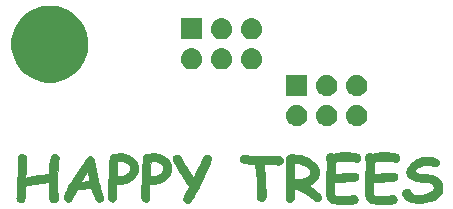
<source format=gbr>
G04 #@! TF.GenerationSoftware,KiCad,Pcbnew,5.0.2-bee76a0~70~ubuntu18.04.1*
G04 #@! TF.CreationDate,2019-02-08T21:36:26-08:00*
G04 #@! TF.ProjectId,sao-bob_ross1,73616f2d-626f-4625-9f72-6f7373312e6b,rev?*
G04 #@! TF.SameCoordinates,Original*
G04 #@! TF.FileFunction,Soldermask,Top*
G04 #@! TF.FilePolarity,Negative*
%FSLAX46Y46*%
G04 Gerber Fmt 4.6, Leading zero omitted, Abs format (unit mm)*
G04 Created by KiCad (PCBNEW 5.0.2-bee76a0~70~ubuntu18.04.1) date Fri 08 Feb 2019 09:36:26 PM PST*
%MOMM*%
%LPD*%
G01*
G04 APERTURE LIST*
%ADD10C,0.010000*%
%ADD11C,0.100000*%
G04 APERTURE END LIST*
D10*
G04 #@! TO.C,G\002A\002A\002A*
G36*
X90610859Y-111893656D02*
X90735526Y-111905674D01*
X90793240Y-111912480D01*
X90881754Y-111922273D01*
X90973397Y-111930168D01*
X91073475Y-111936344D01*
X91187293Y-111940983D01*
X91320154Y-111944264D01*
X91477365Y-111946366D01*
X91664228Y-111947470D01*
X91832923Y-111947753D01*
X92073653Y-111948464D01*
X92309291Y-111950352D01*
X92536226Y-111953313D01*
X92750847Y-111957242D01*
X92949542Y-111962036D01*
X93128700Y-111967590D01*
X93284710Y-111973800D01*
X93413962Y-111980562D01*
X93512843Y-111987773D01*
X93577742Y-111995328D01*
X93593719Y-111998507D01*
X93690302Y-112040690D01*
X93764479Y-112108374D01*
X93815097Y-112194272D01*
X93841004Y-112291095D01*
X93841048Y-112391555D01*
X93814077Y-112488363D01*
X93758938Y-112574231D01*
X93693576Y-112630280D01*
X93647806Y-112656984D01*
X93600484Y-112675929D01*
X93544973Y-112687761D01*
X93474638Y-112693129D01*
X93382841Y-112692680D01*
X93262948Y-112687062D01*
X93171308Y-112681248D01*
X93029276Y-112672371D01*
X92867222Y-112663283D01*
X92704151Y-112654996D01*
X92559067Y-112648519D01*
X92545778Y-112647990D01*
X92232864Y-112635714D01*
X92247448Y-112897434D01*
X92253120Y-112991912D01*
X92261192Y-113116244D01*
X92271037Y-113261324D01*
X92282033Y-113418046D01*
X92293552Y-113577303D01*
X92300954Y-113676923D01*
X92314204Y-113860117D01*
X92327215Y-114052935D01*
X92339691Y-114249910D01*
X92351338Y-114445574D01*
X92361861Y-114634459D01*
X92370964Y-114811099D01*
X92378354Y-114970025D01*
X92383735Y-115105770D01*
X92386812Y-115212866D01*
X92387375Y-115279545D01*
X92372772Y-115423583D01*
X92334133Y-115550731D01*
X92274583Y-115656752D01*
X92197251Y-115737410D01*
X92105265Y-115788468D01*
X92001752Y-115805689D01*
X91999000Y-115805649D01*
X91955503Y-115798703D01*
X91897540Y-115782482D01*
X91884801Y-115778116D01*
X91792510Y-115729323D01*
X91716144Y-115659070D01*
X91689475Y-115621000D01*
X91680011Y-115583792D01*
X91672621Y-115509710D01*
X91667441Y-115400908D01*
X91664612Y-115259543D01*
X91664359Y-115230231D01*
X91656901Y-114837558D01*
X91639871Y-114408599D01*
X91613350Y-113944934D01*
X91577419Y-113448143D01*
X91566511Y-113313331D01*
X91511457Y-112646893D01*
X91188613Y-112633624D01*
X90956419Y-112621227D01*
X90760561Y-112604008D01*
X90598485Y-112580950D01*
X90467636Y-112551035D01*
X90365460Y-112513246D01*
X90289401Y-112466567D01*
X90236906Y-112409979D01*
X90205419Y-112342465D01*
X90192386Y-112263009D01*
X90191692Y-112236672D01*
X90197073Y-112150902D01*
X90217644Y-112084642D01*
X90260047Y-112021635D01*
X90295928Y-111981584D01*
X90339606Y-111941232D01*
X90386395Y-111913172D01*
X90442837Y-111896496D01*
X90515477Y-111890294D01*
X90610859Y-111893656D01*
X90610859Y-111893656D01*
G37*
X90610859Y-111893656D02*
X90735526Y-111905674D01*
X90793240Y-111912480D01*
X90881754Y-111922273D01*
X90973397Y-111930168D01*
X91073475Y-111936344D01*
X91187293Y-111940983D01*
X91320154Y-111944264D01*
X91477365Y-111946366D01*
X91664228Y-111947470D01*
X91832923Y-111947753D01*
X92073653Y-111948464D01*
X92309291Y-111950352D01*
X92536226Y-111953313D01*
X92750847Y-111957242D01*
X92949542Y-111962036D01*
X93128700Y-111967590D01*
X93284710Y-111973800D01*
X93413962Y-111980562D01*
X93512843Y-111987773D01*
X93577742Y-111995328D01*
X93593719Y-111998507D01*
X93690302Y-112040690D01*
X93764479Y-112108374D01*
X93815097Y-112194272D01*
X93841004Y-112291095D01*
X93841048Y-112391555D01*
X93814077Y-112488363D01*
X93758938Y-112574231D01*
X93693576Y-112630280D01*
X93647806Y-112656984D01*
X93600484Y-112675929D01*
X93544973Y-112687761D01*
X93474638Y-112693129D01*
X93382841Y-112692680D01*
X93262948Y-112687062D01*
X93171308Y-112681248D01*
X93029276Y-112672371D01*
X92867222Y-112663283D01*
X92704151Y-112654996D01*
X92559067Y-112648519D01*
X92545778Y-112647990D01*
X92232864Y-112635714D01*
X92247448Y-112897434D01*
X92253120Y-112991912D01*
X92261192Y-113116244D01*
X92271037Y-113261324D01*
X92282033Y-113418046D01*
X92293552Y-113577303D01*
X92300954Y-113676923D01*
X92314204Y-113860117D01*
X92327215Y-114052935D01*
X92339691Y-114249910D01*
X92351338Y-114445574D01*
X92361861Y-114634459D01*
X92370964Y-114811099D01*
X92378354Y-114970025D01*
X92383735Y-115105770D01*
X92386812Y-115212866D01*
X92387375Y-115279545D01*
X92372772Y-115423583D01*
X92334133Y-115550731D01*
X92274583Y-115656752D01*
X92197251Y-115737410D01*
X92105265Y-115788468D01*
X92001752Y-115805689D01*
X91999000Y-115805649D01*
X91955503Y-115798703D01*
X91897540Y-115782482D01*
X91884801Y-115778116D01*
X91792510Y-115729323D01*
X91716144Y-115659070D01*
X91689475Y-115621000D01*
X91680011Y-115583792D01*
X91672621Y-115509710D01*
X91667441Y-115400908D01*
X91664612Y-115259543D01*
X91664359Y-115230231D01*
X91656901Y-114837558D01*
X91639871Y-114408599D01*
X91613350Y-113944934D01*
X91577419Y-113448143D01*
X91566511Y-113313331D01*
X91511457Y-112646893D01*
X91188613Y-112633624D01*
X90956419Y-112621227D01*
X90760561Y-112604008D01*
X90598485Y-112580950D01*
X90467636Y-112551035D01*
X90365460Y-112513246D01*
X90289401Y-112466567D01*
X90236906Y-112409979D01*
X90205419Y-112342465D01*
X90192386Y-112263009D01*
X90191692Y-112236672D01*
X90197073Y-112150902D01*
X90217644Y-112084642D01*
X90260047Y-112021635D01*
X90295928Y-111981584D01*
X90339606Y-111941232D01*
X90386395Y-111913172D01*
X90442837Y-111896496D01*
X90515477Y-111890294D01*
X90610859Y-111893656D01*
G36*
X83071158Y-111757634D02*
X83147769Y-111762608D01*
X83211999Y-111771268D01*
X83272737Y-111784384D01*
X83317215Y-111796419D01*
X83540768Y-111875678D01*
X83744850Y-111978775D01*
X83926059Y-112102796D01*
X84080994Y-112244828D01*
X84206254Y-112401959D01*
X84298436Y-112571276D01*
X84333184Y-112666485D01*
X84358155Y-112789333D01*
X84368329Y-112935027D01*
X84364138Y-113090427D01*
X84346014Y-113242391D01*
X84314390Y-113377778D01*
X84309263Y-113393615D01*
X84242756Y-113544952D01*
X84147640Y-113697208D01*
X84032227Y-113838499D01*
X83928847Y-113937363D01*
X83820807Y-114016774D01*
X83687893Y-114096964D01*
X83543537Y-114170991D01*
X83401171Y-114231916D01*
X83284846Y-114270076D01*
X83163755Y-114296076D01*
X83025509Y-114316239D01*
X82884341Y-114329197D01*
X82754481Y-114333584D01*
X82664700Y-114329658D01*
X82532615Y-114316643D01*
X82530424Y-114480360D01*
X82529306Y-114546419D01*
X82527345Y-114643834D01*
X82524713Y-114764898D01*
X82521580Y-114901904D01*
X82518117Y-115047144D01*
X82515770Y-115142308D01*
X82511817Y-115295032D01*
X82508186Y-115413753D01*
X82504353Y-115503535D01*
X82499797Y-115569444D01*
X82493996Y-115616543D01*
X82486426Y-115649897D01*
X82476566Y-115674570D01*
X82463893Y-115695628D01*
X82457806Y-115704333D01*
X82382657Y-115777969D01*
X82287509Y-115823416D01*
X82182168Y-115837755D01*
X82076444Y-115818066D01*
X82076143Y-115817956D01*
X81979610Y-115764834D01*
X81906340Y-115688499D01*
X81865515Y-115602392D01*
X81859692Y-115559300D01*
X81855539Y-115481836D01*
X81852979Y-115374664D01*
X81851934Y-115242449D01*
X81852328Y-115089856D01*
X81854081Y-114921551D01*
X81857118Y-114742198D01*
X81861360Y-114556462D01*
X81866730Y-114369009D01*
X81873151Y-114184503D01*
X81880544Y-114007610D01*
X81888833Y-113842994D01*
X81896942Y-113709979D01*
X81903719Y-113601655D01*
X82584338Y-113601655D01*
X82588652Y-113644454D01*
X82597989Y-113661970D01*
X82634212Y-113671317D01*
X82699000Y-113675958D01*
X82782164Y-113676212D01*
X82873515Y-113672399D01*
X82962865Y-113664835D01*
X83040026Y-113653840D01*
X83070703Y-113647193D01*
X83249038Y-113586800D01*
X83401313Y-113504504D01*
X83525153Y-113402668D01*
X83618183Y-113283656D01*
X83678028Y-113149832D01*
X83701504Y-113019433D01*
X83700761Y-112908475D01*
X83678898Y-112819517D01*
X83630804Y-112739686D01*
X83560811Y-112664946D01*
X83427674Y-112558497D01*
X83282456Y-112481789D01*
X83119494Y-112432809D01*
X82933123Y-112409546D01*
X82834350Y-112406923D01*
X82636294Y-112406923D01*
X82622658Y-112802577D01*
X82617369Y-112941989D01*
X82611072Y-113085702D01*
X82604315Y-113222565D01*
X82597643Y-113341426D01*
X82592230Y-113422923D01*
X82585567Y-113529345D01*
X82584338Y-113601655D01*
X81903719Y-113601655D01*
X81906526Y-113556802D01*
X81916580Y-113377378D01*
X81926457Y-113184517D01*
X81935516Y-112991032D01*
X81943109Y-112809737D01*
X81945681Y-112741054D01*
X81951509Y-112596545D01*
X81958223Y-112460184D01*
X81965417Y-112338287D01*
X81972685Y-112237169D01*
X81979622Y-112163146D01*
X81985217Y-112125051D01*
X82018032Y-112017778D01*
X82062718Y-111927061D01*
X82114178Y-111862453D01*
X82133255Y-111847508D01*
X82195253Y-111820784D01*
X82291381Y-111797803D01*
X82416818Y-111779187D01*
X82566741Y-111765558D01*
X82736329Y-111757538D01*
X82845231Y-111755678D01*
X82973275Y-111755580D01*
X83071158Y-111757634D01*
X83071158Y-111757634D01*
G37*
X83071158Y-111757634D02*
X83147769Y-111762608D01*
X83211999Y-111771268D01*
X83272737Y-111784384D01*
X83317215Y-111796419D01*
X83540768Y-111875678D01*
X83744850Y-111978775D01*
X83926059Y-112102796D01*
X84080994Y-112244828D01*
X84206254Y-112401959D01*
X84298436Y-112571276D01*
X84333184Y-112666485D01*
X84358155Y-112789333D01*
X84368329Y-112935027D01*
X84364138Y-113090427D01*
X84346014Y-113242391D01*
X84314390Y-113377778D01*
X84309263Y-113393615D01*
X84242756Y-113544952D01*
X84147640Y-113697208D01*
X84032227Y-113838499D01*
X83928847Y-113937363D01*
X83820807Y-114016774D01*
X83687893Y-114096964D01*
X83543537Y-114170991D01*
X83401171Y-114231916D01*
X83284846Y-114270076D01*
X83163755Y-114296076D01*
X83025509Y-114316239D01*
X82884341Y-114329197D01*
X82754481Y-114333584D01*
X82664700Y-114329658D01*
X82532615Y-114316643D01*
X82530424Y-114480360D01*
X82529306Y-114546419D01*
X82527345Y-114643834D01*
X82524713Y-114764898D01*
X82521580Y-114901904D01*
X82518117Y-115047144D01*
X82515770Y-115142308D01*
X82511817Y-115295032D01*
X82508186Y-115413753D01*
X82504353Y-115503535D01*
X82499797Y-115569444D01*
X82493996Y-115616543D01*
X82486426Y-115649897D01*
X82476566Y-115674570D01*
X82463893Y-115695628D01*
X82457806Y-115704333D01*
X82382657Y-115777969D01*
X82287509Y-115823416D01*
X82182168Y-115837755D01*
X82076444Y-115818066D01*
X82076143Y-115817956D01*
X81979610Y-115764834D01*
X81906340Y-115688499D01*
X81865515Y-115602392D01*
X81859692Y-115559300D01*
X81855539Y-115481836D01*
X81852979Y-115374664D01*
X81851934Y-115242449D01*
X81852328Y-115089856D01*
X81854081Y-114921551D01*
X81857118Y-114742198D01*
X81861360Y-114556462D01*
X81866730Y-114369009D01*
X81873151Y-114184503D01*
X81880544Y-114007610D01*
X81888833Y-113842994D01*
X81896942Y-113709979D01*
X81903719Y-113601655D01*
X82584338Y-113601655D01*
X82588652Y-113644454D01*
X82597989Y-113661970D01*
X82634212Y-113671317D01*
X82699000Y-113675958D01*
X82782164Y-113676212D01*
X82873515Y-113672399D01*
X82962865Y-113664835D01*
X83040026Y-113653840D01*
X83070703Y-113647193D01*
X83249038Y-113586800D01*
X83401313Y-113504504D01*
X83525153Y-113402668D01*
X83618183Y-113283656D01*
X83678028Y-113149832D01*
X83701504Y-113019433D01*
X83700761Y-112908475D01*
X83678898Y-112819517D01*
X83630804Y-112739686D01*
X83560811Y-112664946D01*
X83427674Y-112558497D01*
X83282456Y-112481789D01*
X83119494Y-112432809D01*
X82933123Y-112409546D01*
X82834350Y-112406923D01*
X82636294Y-112406923D01*
X82622658Y-112802577D01*
X82617369Y-112941989D01*
X82611072Y-113085702D01*
X82604315Y-113222565D01*
X82597643Y-113341426D01*
X82592230Y-113422923D01*
X82585567Y-113529345D01*
X82584338Y-113601655D01*
X81903719Y-113601655D01*
X81906526Y-113556802D01*
X81916580Y-113377378D01*
X81926457Y-113184517D01*
X81935516Y-112991032D01*
X81943109Y-112809737D01*
X81945681Y-112741054D01*
X81951509Y-112596545D01*
X81958223Y-112460184D01*
X81965417Y-112338287D01*
X81972685Y-112237169D01*
X81979622Y-112163146D01*
X81985217Y-112125051D01*
X82018032Y-112017778D01*
X82062718Y-111927061D01*
X82114178Y-111862453D01*
X82133255Y-111847508D01*
X82195253Y-111820784D01*
X82291381Y-111797803D01*
X82416818Y-111779187D01*
X82566741Y-111765558D01*
X82736329Y-111757538D01*
X82845231Y-111755678D01*
X82973275Y-111755580D01*
X83071158Y-111757634D01*
G36*
X80257619Y-111757634D02*
X80334230Y-111762608D01*
X80398460Y-111771268D01*
X80459199Y-111784384D01*
X80503676Y-111796419D01*
X80727230Y-111875678D01*
X80931312Y-111978775D01*
X81112521Y-112102796D01*
X81267456Y-112244828D01*
X81392715Y-112401959D01*
X81484898Y-112571276D01*
X81519645Y-112666485D01*
X81544617Y-112789333D01*
X81554790Y-112935027D01*
X81550599Y-113090427D01*
X81532476Y-113242391D01*
X81500852Y-113377778D01*
X81495725Y-113393615D01*
X81429217Y-113544952D01*
X81334101Y-113697208D01*
X81218689Y-113838499D01*
X81115308Y-113937363D01*
X81007269Y-114016774D01*
X80874354Y-114096964D01*
X80729998Y-114170991D01*
X80587632Y-114231916D01*
X80471308Y-114270076D01*
X80350217Y-114296076D01*
X80211971Y-114316239D01*
X80070802Y-114329197D01*
X79940942Y-114333584D01*
X79851162Y-114329658D01*
X79719077Y-114316643D01*
X79716885Y-114480360D01*
X79715767Y-114546419D01*
X79713807Y-114643834D01*
X79711175Y-114764898D01*
X79708042Y-114901904D01*
X79704579Y-115047144D01*
X79702231Y-115142308D01*
X79698279Y-115295032D01*
X79694647Y-115413753D01*
X79690815Y-115503535D01*
X79686259Y-115569444D01*
X79680457Y-115616543D01*
X79672888Y-115649897D01*
X79663028Y-115674570D01*
X79650355Y-115695628D01*
X79644267Y-115704333D01*
X79569119Y-115777969D01*
X79473970Y-115823416D01*
X79368630Y-115837755D01*
X79262905Y-115818066D01*
X79262605Y-115817956D01*
X79166072Y-115764834D01*
X79092801Y-115688499D01*
X79051976Y-115602392D01*
X79046153Y-115559300D01*
X79042000Y-115481836D01*
X79039440Y-115374664D01*
X79038396Y-115242449D01*
X79038789Y-115089856D01*
X79040543Y-114921551D01*
X79043579Y-114742198D01*
X79047822Y-114556462D01*
X79053192Y-114369009D01*
X79059612Y-114184503D01*
X79067006Y-114007610D01*
X79075295Y-113842994D01*
X79083404Y-113709979D01*
X79090181Y-113601655D01*
X79770800Y-113601655D01*
X79775114Y-113644454D01*
X79784450Y-113661970D01*
X79820674Y-113671317D01*
X79885462Y-113675958D01*
X79968626Y-113676212D01*
X80059977Y-113672399D01*
X80149327Y-113664835D01*
X80226488Y-113653840D01*
X80257164Y-113647193D01*
X80435499Y-113586800D01*
X80587775Y-113504504D01*
X80711615Y-113402668D01*
X80804645Y-113283656D01*
X80864489Y-113149832D01*
X80887965Y-113019433D01*
X80887223Y-112908475D01*
X80865359Y-112819517D01*
X80817266Y-112739686D01*
X80747272Y-112664946D01*
X80614135Y-112558497D01*
X80468918Y-112481789D01*
X80305956Y-112432809D01*
X80119585Y-112409546D01*
X80020811Y-112406923D01*
X79822756Y-112406923D01*
X79809119Y-112802577D01*
X79803831Y-112941989D01*
X79797534Y-113085702D01*
X79790776Y-113222565D01*
X79784105Y-113341426D01*
X79778692Y-113422923D01*
X79772029Y-113529345D01*
X79770800Y-113601655D01*
X79090181Y-113601655D01*
X79092988Y-113556802D01*
X79103041Y-113377378D01*
X79112919Y-113184517D01*
X79121977Y-112991032D01*
X79129571Y-112809737D01*
X79132142Y-112741054D01*
X79137971Y-112596545D01*
X79144684Y-112460184D01*
X79151878Y-112338287D01*
X79159146Y-112237169D01*
X79166084Y-112163146D01*
X79171678Y-112125051D01*
X79204494Y-112017778D01*
X79249179Y-111927061D01*
X79300640Y-111862453D01*
X79319717Y-111847508D01*
X79381715Y-111820784D01*
X79477843Y-111797803D01*
X79603280Y-111779187D01*
X79753203Y-111765558D01*
X79922791Y-111757538D01*
X80031692Y-111755678D01*
X80159737Y-111755580D01*
X80257619Y-111757634D01*
X80257619Y-111757634D01*
G37*
X80257619Y-111757634D02*
X80334230Y-111762608D01*
X80398460Y-111771268D01*
X80459199Y-111784384D01*
X80503676Y-111796419D01*
X80727230Y-111875678D01*
X80931312Y-111978775D01*
X81112521Y-112102796D01*
X81267456Y-112244828D01*
X81392715Y-112401959D01*
X81484898Y-112571276D01*
X81519645Y-112666485D01*
X81544617Y-112789333D01*
X81554790Y-112935027D01*
X81550599Y-113090427D01*
X81532476Y-113242391D01*
X81500852Y-113377778D01*
X81495725Y-113393615D01*
X81429217Y-113544952D01*
X81334101Y-113697208D01*
X81218689Y-113838499D01*
X81115308Y-113937363D01*
X81007269Y-114016774D01*
X80874354Y-114096964D01*
X80729998Y-114170991D01*
X80587632Y-114231916D01*
X80471308Y-114270076D01*
X80350217Y-114296076D01*
X80211971Y-114316239D01*
X80070802Y-114329197D01*
X79940942Y-114333584D01*
X79851162Y-114329658D01*
X79719077Y-114316643D01*
X79716885Y-114480360D01*
X79715767Y-114546419D01*
X79713807Y-114643834D01*
X79711175Y-114764898D01*
X79708042Y-114901904D01*
X79704579Y-115047144D01*
X79702231Y-115142308D01*
X79698279Y-115295032D01*
X79694647Y-115413753D01*
X79690815Y-115503535D01*
X79686259Y-115569444D01*
X79680457Y-115616543D01*
X79672888Y-115649897D01*
X79663028Y-115674570D01*
X79650355Y-115695628D01*
X79644267Y-115704333D01*
X79569119Y-115777969D01*
X79473970Y-115823416D01*
X79368630Y-115837755D01*
X79262905Y-115818066D01*
X79262605Y-115817956D01*
X79166072Y-115764834D01*
X79092801Y-115688499D01*
X79051976Y-115602392D01*
X79046153Y-115559300D01*
X79042000Y-115481836D01*
X79039440Y-115374664D01*
X79038396Y-115242449D01*
X79038789Y-115089856D01*
X79040543Y-114921551D01*
X79043579Y-114742198D01*
X79047822Y-114556462D01*
X79053192Y-114369009D01*
X79059612Y-114184503D01*
X79067006Y-114007610D01*
X79075295Y-113842994D01*
X79083404Y-113709979D01*
X79090181Y-113601655D01*
X79770800Y-113601655D01*
X79775114Y-113644454D01*
X79784450Y-113661970D01*
X79820674Y-113671317D01*
X79885462Y-113675958D01*
X79968626Y-113676212D01*
X80059977Y-113672399D01*
X80149327Y-113664835D01*
X80226488Y-113653840D01*
X80257164Y-113647193D01*
X80435499Y-113586800D01*
X80587775Y-113504504D01*
X80711615Y-113402668D01*
X80804645Y-113283656D01*
X80864489Y-113149832D01*
X80887965Y-113019433D01*
X80887223Y-112908475D01*
X80865359Y-112819517D01*
X80817266Y-112739686D01*
X80747272Y-112664946D01*
X80614135Y-112558497D01*
X80468918Y-112481789D01*
X80305956Y-112432809D01*
X80119585Y-112409546D01*
X80020811Y-112406923D01*
X79822756Y-112406923D01*
X79809119Y-112802577D01*
X79803831Y-112941989D01*
X79797534Y-113085702D01*
X79790776Y-113222565D01*
X79784105Y-113341426D01*
X79778692Y-113422923D01*
X79772029Y-113529345D01*
X79770800Y-113601655D01*
X79090181Y-113601655D01*
X79092988Y-113556802D01*
X79103041Y-113377378D01*
X79112919Y-113184517D01*
X79121977Y-112991032D01*
X79129571Y-112809737D01*
X79132142Y-112741054D01*
X79137971Y-112596545D01*
X79144684Y-112460184D01*
X79151878Y-112338287D01*
X79159146Y-112237169D01*
X79166084Y-112163146D01*
X79171678Y-112125051D01*
X79204494Y-112017778D01*
X79249179Y-111927061D01*
X79300640Y-111862453D01*
X79319717Y-111847508D01*
X79381715Y-111820784D01*
X79477843Y-111797803D01*
X79603280Y-111779187D01*
X79753203Y-111765558D01*
X79922791Y-111757538D01*
X80031692Y-111755678D01*
X80159737Y-111755580D01*
X80257619Y-111757634D01*
G36*
X77592332Y-112004600D02*
X77673479Y-112051811D01*
X77744570Y-112122096D01*
X77798333Y-112210724D01*
X77812576Y-112247829D01*
X77825822Y-112296246D01*
X77844459Y-112374994D01*
X77866700Y-112475993D01*
X77890762Y-112591161D01*
X77912451Y-112700000D01*
X77942834Y-112852284D01*
X77980563Y-113035141D01*
X78024014Y-113241109D01*
X78071565Y-113462727D01*
X78121590Y-113692535D01*
X78172467Y-113923070D01*
X78222572Y-114146872D01*
X78270281Y-114356480D01*
X78312070Y-114536360D01*
X78359133Y-114720347D01*
X78411958Y-114899389D01*
X78466347Y-115059685D01*
X78490409Y-115122514D01*
X78549365Y-115281709D01*
X78586347Y-115413054D01*
X78601400Y-115520981D01*
X78594574Y-115609919D01*
X78565914Y-115684301D01*
X78515468Y-115748556D01*
X78497264Y-115765496D01*
X78424220Y-115814381D01*
X78338170Y-115850117D01*
X78258060Y-115864964D01*
X78253692Y-115865022D01*
X78219538Y-115855405D01*
X78169536Y-115831338D01*
X78151905Y-115821151D01*
X78091045Y-115774897D01*
X78035428Y-115718100D01*
X78028208Y-115708905D01*
X77961223Y-115605384D01*
X77890865Y-115471386D01*
X77820602Y-115314908D01*
X77753903Y-115143947D01*
X77694237Y-114966498D01*
X77668902Y-114880614D01*
X77613478Y-114683154D01*
X77547701Y-114684191D01*
X77496425Y-114686638D01*
X77413767Y-114692477D01*
X77307209Y-114701021D01*
X77184232Y-114711583D01*
X77052318Y-114723473D01*
X76918947Y-114736006D01*
X76791601Y-114748493D01*
X76677762Y-114760247D01*
X76584911Y-114770580D01*
X76524539Y-114778229D01*
X76368231Y-114800385D01*
X76153308Y-115236134D01*
X76076653Y-115388583D01*
X76008376Y-115518405D01*
X75950315Y-115622307D01*
X75904310Y-115696999D01*
X75872356Y-115739030D01*
X75796162Y-115796634D01*
X75706766Y-115834584D01*
X75635539Y-115845474D01*
X75541112Y-115828859D01*
X75447620Y-115784117D01*
X75365491Y-115718902D01*
X75305152Y-115640867D01*
X75282380Y-115586247D01*
X75274837Y-115538230D01*
X75277716Y-115482304D01*
X75292465Y-115413951D01*
X75320535Y-115328658D01*
X75363376Y-115221907D01*
X75422438Y-115089184D01*
X75484517Y-114956692D01*
X75536464Y-114846502D01*
X75573519Y-114764139D01*
X75598055Y-114702380D01*
X75612449Y-114653998D01*
X75619077Y-114611767D01*
X75620313Y-114568461D01*
X75619700Y-114545474D01*
X75623899Y-114457315D01*
X75648141Y-114393727D01*
X75698739Y-114345191D01*
X75780560Y-114302804D01*
X75809004Y-114288894D01*
X75835225Y-114270427D01*
X75862690Y-114242810D01*
X75894863Y-114201448D01*
X75914977Y-114171685D01*
X76722611Y-114171685D01*
X76784591Y-114159289D01*
X76826852Y-114153199D01*
X76898737Y-114145287D01*
X76990892Y-114136492D01*
X77093960Y-114127755D01*
X77115401Y-114126070D01*
X77217132Y-114117807D01*
X77307511Y-114109757D01*
X77378019Y-114102729D01*
X77420135Y-114097533D01*
X77425104Y-114096642D01*
X77438756Y-114092782D01*
X77447870Y-114084482D01*
X77452018Y-114066696D01*
X77450769Y-114034375D01*
X77443694Y-113982475D01*
X77430363Y-113905947D01*
X77410347Y-113799745D01*
X77391493Y-113701749D01*
X77362828Y-113553340D01*
X77340504Y-113439095D01*
X77323483Y-113354806D01*
X77310728Y-113296263D01*
X77301200Y-113259257D01*
X77293864Y-113239577D01*
X77287681Y-113233016D01*
X77281613Y-113235362D01*
X77277529Y-113239366D01*
X77263286Y-113260619D01*
X77232414Y-113310676D01*
X77187906Y-113384550D01*
X77132755Y-113477251D01*
X77069954Y-113583791D01*
X77032574Y-113647615D01*
X76964886Y-113763316D01*
X76901518Y-113871378D01*
X76845896Y-113965979D01*
X76801448Y-114041292D01*
X76771602Y-114091493D01*
X76763422Y-114105035D01*
X76722611Y-114171685D01*
X75914977Y-114171685D01*
X75935211Y-114141746D01*
X75987198Y-114059109D01*
X76054290Y-113948944D01*
X76081575Y-113903709D01*
X76244135Y-113636995D01*
X76402688Y-113383016D01*
X76555786Y-113143820D01*
X76701980Y-112921458D01*
X76839820Y-112717977D01*
X76967857Y-112535427D01*
X77084643Y-112375856D01*
X77188728Y-112241315D01*
X77278664Y-112133851D01*
X77353002Y-112055515D01*
X77410293Y-112008354D01*
X77428962Y-111998320D01*
X77508402Y-111985193D01*
X77592332Y-112004600D01*
X77592332Y-112004600D01*
G37*
X77592332Y-112004600D02*
X77673479Y-112051811D01*
X77744570Y-112122096D01*
X77798333Y-112210724D01*
X77812576Y-112247829D01*
X77825822Y-112296246D01*
X77844459Y-112374994D01*
X77866700Y-112475993D01*
X77890762Y-112591161D01*
X77912451Y-112700000D01*
X77942834Y-112852284D01*
X77980563Y-113035141D01*
X78024014Y-113241109D01*
X78071565Y-113462727D01*
X78121590Y-113692535D01*
X78172467Y-113923070D01*
X78222572Y-114146872D01*
X78270281Y-114356480D01*
X78312070Y-114536360D01*
X78359133Y-114720347D01*
X78411958Y-114899389D01*
X78466347Y-115059685D01*
X78490409Y-115122514D01*
X78549365Y-115281709D01*
X78586347Y-115413054D01*
X78601400Y-115520981D01*
X78594574Y-115609919D01*
X78565914Y-115684301D01*
X78515468Y-115748556D01*
X78497264Y-115765496D01*
X78424220Y-115814381D01*
X78338170Y-115850117D01*
X78258060Y-115864964D01*
X78253692Y-115865022D01*
X78219538Y-115855405D01*
X78169536Y-115831338D01*
X78151905Y-115821151D01*
X78091045Y-115774897D01*
X78035428Y-115718100D01*
X78028208Y-115708905D01*
X77961223Y-115605384D01*
X77890865Y-115471386D01*
X77820602Y-115314908D01*
X77753903Y-115143947D01*
X77694237Y-114966498D01*
X77668902Y-114880614D01*
X77613478Y-114683154D01*
X77547701Y-114684191D01*
X77496425Y-114686638D01*
X77413767Y-114692477D01*
X77307209Y-114701021D01*
X77184232Y-114711583D01*
X77052318Y-114723473D01*
X76918947Y-114736006D01*
X76791601Y-114748493D01*
X76677762Y-114760247D01*
X76584911Y-114770580D01*
X76524539Y-114778229D01*
X76368231Y-114800385D01*
X76153308Y-115236134D01*
X76076653Y-115388583D01*
X76008376Y-115518405D01*
X75950315Y-115622307D01*
X75904310Y-115696999D01*
X75872356Y-115739030D01*
X75796162Y-115796634D01*
X75706766Y-115834584D01*
X75635539Y-115845474D01*
X75541112Y-115828859D01*
X75447620Y-115784117D01*
X75365491Y-115718902D01*
X75305152Y-115640867D01*
X75282380Y-115586247D01*
X75274837Y-115538230D01*
X75277716Y-115482304D01*
X75292465Y-115413951D01*
X75320535Y-115328658D01*
X75363376Y-115221907D01*
X75422438Y-115089184D01*
X75484517Y-114956692D01*
X75536464Y-114846502D01*
X75573519Y-114764139D01*
X75598055Y-114702380D01*
X75612449Y-114653998D01*
X75619077Y-114611767D01*
X75620313Y-114568461D01*
X75619700Y-114545474D01*
X75623899Y-114457315D01*
X75648141Y-114393727D01*
X75698739Y-114345191D01*
X75780560Y-114302804D01*
X75809004Y-114288894D01*
X75835225Y-114270427D01*
X75862690Y-114242810D01*
X75894863Y-114201448D01*
X75914977Y-114171685D01*
X76722611Y-114171685D01*
X76784591Y-114159289D01*
X76826852Y-114153199D01*
X76898737Y-114145287D01*
X76990892Y-114136492D01*
X77093960Y-114127755D01*
X77115401Y-114126070D01*
X77217132Y-114117807D01*
X77307511Y-114109757D01*
X77378019Y-114102729D01*
X77420135Y-114097533D01*
X77425104Y-114096642D01*
X77438756Y-114092782D01*
X77447870Y-114084482D01*
X77452018Y-114066696D01*
X77450769Y-114034375D01*
X77443694Y-113982475D01*
X77430363Y-113905947D01*
X77410347Y-113799745D01*
X77391493Y-113701749D01*
X77362828Y-113553340D01*
X77340504Y-113439095D01*
X77323483Y-113354806D01*
X77310728Y-113296263D01*
X77301200Y-113259257D01*
X77293864Y-113239577D01*
X77287681Y-113233016D01*
X77281613Y-113235362D01*
X77277529Y-113239366D01*
X77263286Y-113260619D01*
X77232414Y-113310676D01*
X77187906Y-113384550D01*
X77132755Y-113477251D01*
X77069954Y-113583791D01*
X77032574Y-113647615D01*
X76964886Y-113763316D01*
X76901518Y-113871378D01*
X76845896Y-113965979D01*
X76801448Y-114041292D01*
X76771602Y-114091493D01*
X76763422Y-114105035D01*
X76722611Y-114171685D01*
X75914977Y-114171685D01*
X75935211Y-114141746D01*
X75987198Y-114059109D01*
X76054290Y-113948944D01*
X76081575Y-113903709D01*
X76244135Y-113636995D01*
X76402688Y-113383016D01*
X76555786Y-113143820D01*
X76701980Y-112921458D01*
X76839820Y-112717977D01*
X76967857Y-112535427D01*
X77084643Y-112375856D01*
X77188728Y-112241315D01*
X77278664Y-112133851D01*
X77353002Y-112055515D01*
X77410293Y-112008354D01*
X77428962Y-111998320D01*
X77508402Y-111985193D01*
X77592332Y-112004600D01*
G36*
X94594406Y-111833040D02*
X94721085Y-111840147D01*
X94846751Y-111849452D01*
X95036780Y-111865435D01*
X95194378Y-111881818D01*
X95326177Y-111900070D01*
X95438807Y-111921660D01*
X95538900Y-111948058D01*
X95633087Y-111980734D01*
X95727999Y-112021158D01*
X95818314Y-112064771D01*
X96027340Y-112180735D01*
X96222354Y-112310441D01*
X96397518Y-112449181D01*
X96546997Y-112592241D01*
X96664956Y-112734912D01*
X96685426Y-112764760D01*
X96787149Y-112948871D01*
X96853609Y-113136709D01*
X96885068Y-113324660D01*
X96881786Y-113509106D01*
X96844025Y-113686433D01*
X96772045Y-113853024D01*
X96666109Y-114005264D01*
X96590066Y-114084764D01*
X96479799Y-114176845D01*
X96351751Y-114266133D01*
X96219230Y-114344241D01*
X96095545Y-114402784D01*
X96069855Y-114412561D01*
X96016393Y-114433715D01*
X95982239Y-114450942D01*
X95975543Y-114457437D01*
X95991482Y-114471252D01*
X96034105Y-114499920D01*
X96096247Y-114538769D01*
X96146505Y-114568918D01*
X96297087Y-114662819D01*
X96445845Y-114764810D01*
X96588462Y-114871170D01*
X96720620Y-114978180D01*
X96838002Y-115082120D01*
X96936290Y-115179270D01*
X97011167Y-115265911D01*
X97058317Y-115338322D01*
X97068807Y-115363580D01*
X97084567Y-115470245D01*
X97066564Y-115571878D01*
X97020108Y-115662942D01*
X96950511Y-115737903D01*
X96863083Y-115791225D01*
X96763135Y-115817371D01*
X96655978Y-115810807D01*
X96642872Y-115807554D01*
X96587783Y-115782698D01*
X96510780Y-115731441D01*
X96410295Y-115652676D01*
X96343275Y-115596221D01*
X96081365Y-115382434D01*
X95828100Y-115199588D01*
X95575905Y-115043076D01*
X95317200Y-114908290D01*
X95044409Y-114790620D01*
X94974584Y-114763884D01*
X94893378Y-114734265D01*
X94824895Y-114710709D01*
X94777942Y-114696164D01*
X94762627Y-114692923D01*
X94750213Y-114708350D01*
X94748107Y-114756652D01*
X94751937Y-114805269D01*
X94755992Y-114861706D01*
X94760012Y-114948369D01*
X94763689Y-115056409D01*
X94766714Y-115176976D01*
X94768509Y-115280304D01*
X94773462Y-115642992D01*
X94721474Y-115721750D01*
X94647841Y-115799791D01*
X94552058Y-115852152D01*
X94444012Y-115875525D01*
X94333594Y-115866601D01*
X94309125Y-115859705D01*
X94230824Y-115820613D01*
X94158404Y-115761034D01*
X94105785Y-115693221D01*
X94095262Y-115671436D01*
X94091150Y-115640916D01*
X94087608Y-115571331D01*
X94084636Y-115462685D01*
X94082234Y-115314987D01*
X94080402Y-115128243D01*
X94079140Y-114902459D01*
X94078449Y-114637642D01*
X94078327Y-114333799D01*
X94078776Y-113990936D01*
X94078919Y-113924673D01*
X94079595Y-113615724D01*
X94080257Y-113343364D01*
X94081088Y-113105103D01*
X94082270Y-112898453D01*
X94083986Y-112720925D01*
X94086417Y-112570032D01*
X94087109Y-112543692D01*
X94763692Y-112543692D01*
X94763692Y-113936397D01*
X95081192Y-113925591D01*
X95237082Y-113918366D01*
X95362423Y-113907917D01*
X95465677Y-113893318D01*
X95555000Y-113873721D01*
X95711170Y-113825214D01*
X95839669Y-113766916D01*
X95951727Y-113692729D01*
X96050719Y-113604435D01*
X96175207Y-113480411D01*
X96166545Y-113378398D01*
X96150643Y-113282759D01*
X96117191Y-113196160D01*
X96061321Y-113109843D01*
X95978162Y-113015051D01*
X95946818Y-112983308D01*
X95765917Y-112830883D01*
X95562883Y-112709130D01*
X95341683Y-112619632D01*
X95106280Y-112563976D01*
X94860640Y-112543746D01*
X94847243Y-112543692D01*
X94763692Y-112543692D01*
X94087109Y-112543692D01*
X94089747Y-112443284D01*
X94094157Y-112338192D01*
X94099830Y-112252270D01*
X94106948Y-112183027D01*
X94115694Y-112127976D01*
X94126250Y-112084628D01*
X94138798Y-112050494D01*
X94153522Y-112023086D01*
X94170602Y-111999916D01*
X94190222Y-111978495D01*
X94212564Y-111956334D01*
X94223998Y-111945014D01*
X94268607Y-111903455D01*
X94312263Y-111872252D01*
X94360818Y-111850507D01*
X94420125Y-111837322D01*
X94496037Y-111831799D01*
X94594406Y-111833040D01*
X94594406Y-111833040D01*
G37*
X94594406Y-111833040D02*
X94721085Y-111840147D01*
X94846751Y-111849452D01*
X95036780Y-111865435D01*
X95194378Y-111881818D01*
X95326177Y-111900070D01*
X95438807Y-111921660D01*
X95538900Y-111948058D01*
X95633087Y-111980734D01*
X95727999Y-112021158D01*
X95818314Y-112064771D01*
X96027340Y-112180735D01*
X96222354Y-112310441D01*
X96397518Y-112449181D01*
X96546997Y-112592241D01*
X96664956Y-112734912D01*
X96685426Y-112764760D01*
X96787149Y-112948871D01*
X96853609Y-113136709D01*
X96885068Y-113324660D01*
X96881786Y-113509106D01*
X96844025Y-113686433D01*
X96772045Y-113853024D01*
X96666109Y-114005264D01*
X96590066Y-114084764D01*
X96479799Y-114176845D01*
X96351751Y-114266133D01*
X96219230Y-114344241D01*
X96095545Y-114402784D01*
X96069855Y-114412561D01*
X96016393Y-114433715D01*
X95982239Y-114450942D01*
X95975543Y-114457437D01*
X95991482Y-114471252D01*
X96034105Y-114499920D01*
X96096247Y-114538769D01*
X96146505Y-114568918D01*
X96297087Y-114662819D01*
X96445845Y-114764810D01*
X96588462Y-114871170D01*
X96720620Y-114978180D01*
X96838002Y-115082120D01*
X96936290Y-115179270D01*
X97011167Y-115265911D01*
X97058317Y-115338322D01*
X97068807Y-115363580D01*
X97084567Y-115470245D01*
X97066564Y-115571878D01*
X97020108Y-115662942D01*
X96950511Y-115737903D01*
X96863083Y-115791225D01*
X96763135Y-115817371D01*
X96655978Y-115810807D01*
X96642872Y-115807554D01*
X96587783Y-115782698D01*
X96510780Y-115731441D01*
X96410295Y-115652676D01*
X96343275Y-115596221D01*
X96081365Y-115382434D01*
X95828100Y-115199588D01*
X95575905Y-115043076D01*
X95317200Y-114908290D01*
X95044409Y-114790620D01*
X94974584Y-114763884D01*
X94893378Y-114734265D01*
X94824895Y-114710709D01*
X94777942Y-114696164D01*
X94762627Y-114692923D01*
X94750213Y-114708350D01*
X94748107Y-114756652D01*
X94751937Y-114805269D01*
X94755992Y-114861706D01*
X94760012Y-114948369D01*
X94763689Y-115056409D01*
X94766714Y-115176976D01*
X94768509Y-115280304D01*
X94773462Y-115642992D01*
X94721474Y-115721750D01*
X94647841Y-115799791D01*
X94552058Y-115852152D01*
X94444012Y-115875525D01*
X94333594Y-115866601D01*
X94309125Y-115859705D01*
X94230824Y-115820613D01*
X94158404Y-115761034D01*
X94105785Y-115693221D01*
X94095262Y-115671436D01*
X94091150Y-115640916D01*
X94087608Y-115571331D01*
X94084636Y-115462685D01*
X94082234Y-115314987D01*
X94080402Y-115128243D01*
X94079140Y-114902459D01*
X94078449Y-114637642D01*
X94078327Y-114333799D01*
X94078776Y-113990936D01*
X94078919Y-113924673D01*
X94079595Y-113615724D01*
X94080257Y-113343364D01*
X94081088Y-113105103D01*
X94082270Y-112898453D01*
X94083986Y-112720925D01*
X94086417Y-112570032D01*
X94087109Y-112543692D01*
X94763692Y-112543692D01*
X94763692Y-113936397D01*
X95081192Y-113925591D01*
X95237082Y-113918366D01*
X95362423Y-113907917D01*
X95465677Y-113893318D01*
X95555000Y-113873721D01*
X95711170Y-113825214D01*
X95839669Y-113766916D01*
X95951727Y-113692729D01*
X96050719Y-113604435D01*
X96175207Y-113480411D01*
X96166545Y-113378398D01*
X96150643Y-113282759D01*
X96117191Y-113196160D01*
X96061321Y-113109843D01*
X95978162Y-113015051D01*
X95946818Y-112983308D01*
X95765917Y-112830883D01*
X95562883Y-112709130D01*
X95341683Y-112619632D01*
X95106280Y-112563976D01*
X94860640Y-112543746D01*
X94847243Y-112543692D01*
X94763692Y-112543692D01*
X94087109Y-112543692D01*
X94089747Y-112443284D01*
X94094157Y-112338192D01*
X94099830Y-112252270D01*
X94106948Y-112183027D01*
X94115694Y-112127976D01*
X94126250Y-112084628D01*
X94138798Y-112050494D01*
X94153522Y-112023086D01*
X94170602Y-111999916D01*
X94190222Y-111978495D01*
X94212564Y-111956334D01*
X94223998Y-111945014D01*
X94268607Y-111903455D01*
X94312263Y-111872252D01*
X94360818Y-111850507D01*
X94420125Y-111837322D01*
X94496037Y-111831799D01*
X94594406Y-111833040D01*
G36*
X71833350Y-111800647D02*
X71940963Y-111847376D01*
X71947109Y-111851307D01*
X71995184Y-111886116D01*
X72030754Y-111923083D01*
X72055565Y-111968494D01*
X72071362Y-112028635D01*
X72079891Y-112109793D01*
X72082896Y-112218254D01*
X72082390Y-112338538D01*
X72080440Y-112461769D01*
X72077320Y-112601632D01*
X72073234Y-112752835D01*
X72068384Y-112910085D01*
X72062976Y-113068092D01*
X72057211Y-113221562D01*
X72051295Y-113365205D01*
X72045430Y-113493729D01*
X72039819Y-113601840D01*
X72034668Y-113684248D01*
X72030178Y-113735661D01*
X72028155Y-113748460D01*
X72026838Y-113785134D01*
X72044199Y-113794154D01*
X72070329Y-113790757D01*
X72129360Y-113781205D01*
X72215766Y-113766451D01*
X72324022Y-113747452D01*
X72448605Y-113725161D01*
X72555044Y-113705834D01*
X72817647Y-113658736D01*
X73047457Y-113619523D01*
X73249781Y-113587405D01*
X73429927Y-113561588D01*
X73593203Y-113541280D01*
X73744917Y-113525690D01*
X73786928Y-113521988D01*
X73877563Y-113513860D01*
X73952691Y-113506301D01*
X74004499Y-113500154D01*
X74025171Y-113496265D01*
X74025173Y-113496263D01*
X74027467Y-113475944D01*
X74030897Y-113421678D01*
X74035214Y-113338569D01*
X74040169Y-113231723D01*
X74045513Y-113106245D01*
X74050998Y-112967239D01*
X74051178Y-112962500D01*
X74057821Y-112796967D01*
X74064142Y-112664925D01*
X74070663Y-112560802D01*
X74077904Y-112479021D01*
X74086385Y-112414007D01*
X74096626Y-112360186D01*
X74109148Y-112311981D01*
X74113137Y-112298720D01*
X74168501Y-112145977D01*
X74232560Y-112015148D01*
X74302506Y-111910330D01*
X74375530Y-111835621D01*
X74448824Y-111795118D01*
X74460441Y-111792074D01*
X74551681Y-111790434D01*
X74645075Y-111819428D01*
X74730900Y-111872658D01*
X74799430Y-111943722D01*
X74840943Y-112026221D01*
X74845531Y-112045523D01*
X74849192Y-112116657D01*
X74840239Y-112215219D01*
X74828122Y-112288788D01*
X74817662Y-112352286D01*
X74807772Y-112430916D01*
X74798275Y-112527508D01*
X74788990Y-112644894D01*
X74779739Y-112785905D01*
X74770343Y-112953372D01*
X74760624Y-113150126D01*
X74750403Y-113379000D01*
X74739501Y-113642823D01*
X74734281Y-113774816D01*
X74726953Y-113978426D01*
X74722177Y-114157238D01*
X74720094Y-114320149D01*
X74720843Y-114476053D01*
X74724566Y-114633848D01*
X74731402Y-114802428D01*
X74741492Y-114990692D01*
X74754976Y-115207534D01*
X74757487Y-115245922D01*
X74765485Y-115373173D01*
X74770226Y-115468281D01*
X74771550Y-115538058D01*
X74769300Y-115589316D01*
X74763316Y-115628865D01*
X74753441Y-115663518D01*
X74747393Y-115680097D01*
X74691565Y-115777181D01*
X74612279Y-115846779D01*
X74515553Y-115887058D01*
X74407410Y-115896183D01*
X74293869Y-115872321D01*
X74222919Y-115839885D01*
X74172766Y-115808779D01*
X74134169Y-115775003D01*
X74105373Y-115732972D01*
X74084627Y-115677099D01*
X74070177Y-115601800D01*
X74060270Y-115501488D01*
X74053153Y-115370579D01*
X74049985Y-115288888D01*
X74045224Y-115135465D01*
X74040990Y-114960723D01*
X74037635Y-114782042D01*
X74035509Y-114616805D01*
X74035033Y-114548385D01*
X74033385Y-114179155D01*
X73843423Y-114192508D01*
X73737409Y-114201443D01*
X73612970Y-114214160D01*
X73490310Y-114228524D01*
X73438000Y-114235376D01*
X73373409Y-114244891D01*
X73279984Y-114259558D01*
X73163698Y-114278364D01*
X73030521Y-114300295D01*
X72886426Y-114324338D01*
X72737384Y-114349477D01*
X72589366Y-114374700D01*
X72448344Y-114398992D01*
X72320290Y-114421340D01*
X72211174Y-114440729D01*
X72126969Y-114456147D01*
X72073645Y-114466578D01*
X72064885Y-114468509D01*
X72040644Y-114477974D01*
X72027379Y-114498513D01*
X72021835Y-114539867D01*
X72020756Y-114600488D01*
X72018949Y-114673061D01*
X72014222Y-114769519D01*
X72007388Y-114874849D01*
X72002523Y-114937154D01*
X71994259Y-115044445D01*
X71985433Y-115173822D01*
X71977150Y-115308330D01*
X71970990Y-115421391D01*
X71964570Y-115534091D01*
X71957569Y-115615281D01*
X71948729Y-115672522D01*
X71936792Y-115713377D01*
X71920498Y-115745405D01*
X71915888Y-115752488D01*
X71843270Y-115827288D01*
X71748836Y-115876530D01*
X71642737Y-115897136D01*
X71535124Y-115886023D01*
X71506186Y-115876839D01*
X71405200Y-115821491D01*
X71330800Y-115742286D01*
X71305251Y-115694897D01*
X71293327Y-115657961D01*
X71285361Y-115609575D01*
X71281426Y-115545643D01*
X71281593Y-115462070D01*
X71285931Y-115354762D01*
X71294514Y-115219623D01*
X71307412Y-115052560D01*
X71318771Y-114917615D01*
X71328600Y-114792007D01*
X71337424Y-114653531D01*
X71345373Y-114498564D01*
X71352578Y-114323483D01*
X71359169Y-114124662D01*
X71365277Y-113898479D01*
X71371032Y-113641309D01*
X71376564Y-113349528D01*
X71377832Y-113276385D01*
X71382283Y-113018397D01*
X71386376Y-112796519D01*
X71390400Y-112607790D01*
X71394646Y-112449248D01*
X71399403Y-112317932D01*
X71404960Y-112210880D01*
X71411606Y-112125130D01*
X71419631Y-112057722D01*
X71429325Y-112005693D01*
X71440977Y-111966083D01*
X71454876Y-111935929D01*
X71471311Y-111912270D01*
X71490573Y-111892145D01*
X71512950Y-111872592D01*
X71515215Y-111870685D01*
X71612731Y-111812649D01*
X71721357Y-111789187D01*
X71833350Y-111800647D01*
X71833350Y-111800647D01*
G37*
X71833350Y-111800647D02*
X71940963Y-111847376D01*
X71947109Y-111851307D01*
X71995184Y-111886116D01*
X72030754Y-111923083D01*
X72055565Y-111968494D01*
X72071362Y-112028635D01*
X72079891Y-112109793D01*
X72082896Y-112218254D01*
X72082390Y-112338538D01*
X72080440Y-112461769D01*
X72077320Y-112601632D01*
X72073234Y-112752835D01*
X72068384Y-112910085D01*
X72062976Y-113068092D01*
X72057211Y-113221562D01*
X72051295Y-113365205D01*
X72045430Y-113493729D01*
X72039819Y-113601840D01*
X72034668Y-113684248D01*
X72030178Y-113735661D01*
X72028155Y-113748460D01*
X72026838Y-113785134D01*
X72044199Y-113794154D01*
X72070329Y-113790757D01*
X72129360Y-113781205D01*
X72215766Y-113766451D01*
X72324022Y-113747452D01*
X72448605Y-113725161D01*
X72555044Y-113705834D01*
X72817647Y-113658736D01*
X73047457Y-113619523D01*
X73249781Y-113587405D01*
X73429927Y-113561588D01*
X73593203Y-113541280D01*
X73744917Y-113525690D01*
X73786928Y-113521988D01*
X73877563Y-113513860D01*
X73952691Y-113506301D01*
X74004499Y-113500154D01*
X74025171Y-113496265D01*
X74025173Y-113496263D01*
X74027467Y-113475944D01*
X74030897Y-113421678D01*
X74035214Y-113338569D01*
X74040169Y-113231723D01*
X74045513Y-113106245D01*
X74050998Y-112967239D01*
X74051178Y-112962500D01*
X74057821Y-112796967D01*
X74064142Y-112664925D01*
X74070663Y-112560802D01*
X74077904Y-112479021D01*
X74086385Y-112414007D01*
X74096626Y-112360186D01*
X74109148Y-112311981D01*
X74113137Y-112298720D01*
X74168501Y-112145977D01*
X74232560Y-112015148D01*
X74302506Y-111910330D01*
X74375530Y-111835621D01*
X74448824Y-111795118D01*
X74460441Y-111792074D01*
X74551681Y-111790434D01*
X74645075Y-111819428D01*
X74730900Y-111872658D01*
X74799430Y-111943722D01*
X74840943Y-112026221D01*
X74845531Y-112045523D01*
X74849192Y-112116657D01*
X74840239Y-112215219D01*
X74828122Y-112288788D01*
X74817662Y-112352286D01*
X74807772Y-112430916D01*
X74798275Y-112527508D01*
X74788990Y-112644894D01*
X74779739Y-112785905D01*
X74770343Y-112953372D01*
X74760624Y-113150126D01*
X74750403Y-113379000D01*
X74739501Y-113642823D01*
X74734281Y-113774816D01*
X74726953Y-113978426D01*
X74722177Y-114157238D01*
X74720094Y-114320149D01*
X74720843Y-114476053D01*
X74724566Y-114633848D01*
X74731402Y-114802428D01*
X74741492Y-114990692D01*
X74754976Y-115207534D01*
X74757487Y-115245922D01*
X74765485Y-115373173D01*
X74770226Y-115468281D01*
X74771550Y-115538058D01*
X74769300Y-115589316D01*
X74763316Y-115628865D01*
X74753441Y-115663518D01*
X74747393Y-115680097D01*
X74691565Y-115777181D01*
X74612279Y-115846779D01*
X74515553Y-115887058D01*
X74407410Y-115896183D01*
X74293869Y-115872321D01*
X74222919Y-115839885D01*
X74172766Y-115808779D01*
X74134169Y-115775003D01*
X74105373Y-115732972D01*
X74084627Y-115677099D01*
X74070177Y-115601800D01*
X74060270Y-115501488D01*
X74053153Y-115370579D01*
X74049985Y-115288888D01*
X74045224Y-115135465D01*
X74040990Y-114960723D01*
X74037635Y-114782042D01*
X74035509Y-114616805D01*
X74035033Y-114548385D01*
X74033385Y-114179155D01*
X73843423Y-114192508D01*
X73737409Y-114201443D01*
X73612970Y-114214160D01*
X73490310Y-114228524D01*
X73438000Y-114235376D01*
X73373409Y-114244891D01*
X73279984Y-114259558D01*
X73163698Y-114278364D01*
X73030521Y-114300295D01*
X72886426Y-114324338D01*
X72737384Y-114349477D01*
X72589366Y-114374700D01*
X72448344Y-114398992D01*
X72320290Y-114421340D01*
X72211174Y-114440729D01*
X72126969Y-114456147D01*
X72073645Y-114466578D01*
X72064885Y-114468509D01*
X72040644Y-114477974D01*
X72027379Y-114498513D01*
X72021835Y-114539867D01*
X72020756Y-114600488D01*
X72018949Y-114673061D01*
X72014222Y-114769519D01*
X72007388Y-114874849D01*
X72002523Y-114937154D01*
X71994259Y-115044445D01*
X71985433Y-115173822D01*
X71977150Y-115308330D01*
X71970990Y-115421391D01*
X71964570Y-115534091D01*
X71957569Y-115615281D01*
X71948729Y-115672522D01*
X71936792Y-115713377D01*
X71920498Y-115745405D01*
X71915888Y-115752488D01*
X71843270Y-115827288D01*
X71748836Y-115876530D01*
X71642737Y-115897136D01*
X71535124Y-115886023D01*
X71506186Y-115876839D01*
X71405200Y-115821491D01*
X71330800Y-115742286D01*
X71305251Y-115694897D01*
X71293327Y-115657961D01*
X71285361Y-115609575D01*
X71281426Y-115545643D01*
X71281593Y-115462070D01*
X71285931Y-115354762D01*
X71294514Y-115219623D01*
X71307412Y-115052560D01*
X71318771Y-114917615D01*
X71328600Y-114792007D01*
X71337424Y-114653531D01*
X71345373Y-114498564D01*
X71352578Y-114323483D01*
X71359169Y-114124662D01*
X71365277Y-113898479D01*
X71371032Y-113641309D01*
X71376564Y-113349528D01*
X71377832Y-113276385D01*
X71382283Y-113018397D01*
X71386376Y-112796519D01*
X71390400Y-112607790D01*
X71394646Y-112449248D01*
X71399403Y-112317932D01*
X71404960Y-112210880D01*
X71411606Y-112125130D01*
X71419631Y-112057722D01*
X71429325Y-112005693D01*
X71440977Y-111966083D01*
X71454876Y-111935929D01*
X71471311Y-111912270D01*
X71490573Y-111892145D01*
X71512950Y-111872592D01*
X71515215Y-111870685D01*
X71612731Y-111812649D01*
X71721357Y-111789187D01*
X71833350Y-111800647D01*
G36*
X106156886Y-112038942D02*
X106425030Y-112085533D01*
X106682841Y-112161614D01*
X106836529Y-112223650D01*
X106951622Y-112288992D01*
X107028484Y-112357930D01*
X107067481Y-112430754D01*
X107072923Y-112471774D01*
X107056547Y-112558343D01*
X107012864Y-112647029D01*
X106950046Y-112723565D01*
X106910739Y-112755020D01*
X106861591Y-112783736D01*
X106814463Y-112799234D01*
X106754397Y-112804947D01*
X106693298Y-112804901D01*
X106613146Y-112799741D01*
X106510941Y-112787974D01*
X106402740Y-112771620D01*
X106344124Y-112760940D01*
X106109750Y-112727784D01*
X105894765Y-112725216D01*
X105693513Y-112753826D01*
X105500339Y-112814203D01*
X105398665Y-112859597D01*
X105267648Y-112934675D01*
X105166500Y-113014786D01*
X105096457Y-113097191D01*
X105058756Y-113179151D01*
X105054632Y-113257927D01*
X105085322Y-113330782D01*
X105152061Y-113394977D01*
X105155856Y-113397566D01*
X105196072Y-113422276D01*
X105238818Y-113442155D01*
X105289573Y-113458169D01*
X105353812Y-113471289D01*
X105437014Y-113482483D01*
X105544655Y-113492719D01*
X105682213Y-113502967D01*
X105793154Y-113510278D01*
X105995356Y-113524821D01*
X106164335Y-113540893D01*
X106305943Y-113559470D01*
X106426029Y-113581529D01*
X106530445Y-113608046D01*
X106625041Y-113639997D01*
X106664001Y-113655585D01*
X106858230Y-113754583D01*
X107020164Y-113875570D01*
X107149688Y-114018375D01*
X107246688Y-114182827D01*
X107311051Y-114368757D01*
X107342663Y-114575993D01*
X107346173Y-114676211D01*
X107329162Y-114873790D01*
X107277222Y-115054670D01*
X107190051Y-115219349D01*
X107067346Y-115368320D01*
X106908804Y-115502082D01*
X106798145Y-115574179D01*
X106619379Y-115666782D01*
X106413119Y-115750331D01*
X106190579Y-115821129D01*
X105962973Y-115875480D01*
X105802923Y-115902263D01*
X105722399Y-115911016D01*
X105620684Y-115919013D01*
X105506943Y-115925870D01*
X105390338Y-115931205D01*
X105280034Y-115934634D01*
X105185193Y-115935774D01*
X105114981Y-115934243D01*
X105089769Y-115932067D01*
X104901361Y-115902905D01*
X104744773Y-115871278D01*
X104612749Y-115834983D01*
X104498032Y-115791813D01*
X104393367Y-115739563D01*
X104329248Y-115700943D01*
X104179603Y-115587911D01*
X104066932Y-115464080D01*
X103991528Y-115329878D01*
X103953686Y-115185732D01*
X103950188Y-115149125D01*
X103952466Y-115027977D01*
X103978396Y-114932463D01*
X104030336Y-114855455D01*
X104055167Y-114831491D01*
X104154361Y-114767616D01*
X104260917Y-114738908D01*
X104367924Y-114744227D01*
X104468470Y-114782433D01*
X104555645Y-114852384D01*
X104606678Y-114922508D01*
X104687157Y-115037637D01*
X104783506Y-115135017D01*
X104886909Y-115206577D01*
X104945531Y-115232687D01*
X105030512Y-115252576D01*
X105143984Y-115265341D01*
X105276035Y-115271072D01*
X105416751Y-115269859D01*
X105556218Y-115261793D01*
X105684523Y-115246963D01*
X105791753Y-115225461D01*
X105793631Y-115224959D01*
X105987170Y-115164532D01*
X106160909Y-115093509D01*
X106310972Y-115014219D01*
X106433484Y-114928994D01*
X106524567Y-114840162D01*
X106579221Y-114752758D01*
X106597372Y-114668277D01*
X106592263Y-114568075D01*
X106565561Y-114466524D01*
X106539524Y-114410309D01*
X106497370Y-114347855D01*
X106444849Y-114296337D01*
X106377855Y-114254483D01*
X106292284Y-114221022D01*
X106184032Y-114194682D01*
X106048993Y-114174189D01*
X105883064Y-114158273D01*
X105686265Y-114145876D01*
X105489541Y-114133406D01*
X105324634Y-114117699D01*
X105184344Y-114097669D01*
X105061470Y-114072234D01*
X104948811Y-114040308D01*
X104918919Y-114030334D01*
X104725699Y-113950054D01*
X104568215Y-113854716D01*
X104446675Y-113744768D01*
X104361287Y-113620661D01*
X104312262Y-113482844D01*
X104299808Y-113331767D01*
X104324133Y-113167879D01*
X104385448Y-112991630D01*
X104410839Y-112936917D01*
X104480830Y-112820056D01*
X104577979Y-112694866D01*
X104694272Y-112570052D01*
X104821699Y-112454319D01*
X104933372Y-112369179D01*
X105167399Y-112227452D01*
X105405279Y-112123741D01*
X105648496Y-112057870D01*
X105898537Y-112029663D01*
X106156886Y-112038942D01*
X106156886Y-112038942D01*
G37*
X106156886Y-112038942D02*
X106425030Y-112085533D01*
X106682841Y-112161614D01*
X106836529Y-112223650D01*
X106951622Y-112288992D01*
X107028484Y-112357930D01*
X107067481Y-112430754D01*
X107072923Y-112471774D01*
X107056547Y-112558343D01*
X107012864Y-112647029D01*
X106950046Y-112723565D01*
X106910739Y-112755020D01*
X106861591Y-112783736D01*
X106814463Y-112799234D01*
X106754397Y-112804947D01*
X106693298Y-112804901D01*
X106613146Y-112799741D01*
X106510941Y-112787974D01*
X106402740Y-112771620D01*
X106344124Y-112760940D01*
X106109750Y-112727784D01*
X105894765Y-112725216D01*
X105693513Y-112753826D01*
X105500339Y-112814203D01*
X105398665Y-112859597D01*
X105267648Y-112934675D01*
X105166500Y-113014786D01*
X105096457Y-113097191D01*
X105058756Y-113179151D01*
X105054632Y-113257927D01*
X105085322Y-113330782D01*
X105152061Y-113394977D01*
X105155856Y-113397566D01*
X105196072Y-113422276D01*
X105238818Y-113442155D01*
X105289573Y-113458169D01*
X105353812Y-113471289D01*
X105437014Y-113482483D01*
X105544655Y-113492719D01*
X105682213Y-113502967D01*
X105793154Y-113510278D01*
X105995356Y-113524821D01*
X106164335Y-113540893D01*
X106305943Y-113559470D01*
X106426029Y-113581529D01*
X106530445Y-113608046D01*
X106625041Y-113639997D01*
X106664001Y-113655585D01*
X106858230Y-113754583D01*
X107020164Y-113875570D01*
X107149688Y-114018375D01*
X107246688Y-114182827D01*
X107311051Y-114368757D01*
X107342663Y-114575993D01*
X107346173Y-114676211D01*
X107329162Y-114873790D01*
X107277222Y-115054670D01*
X107190051Y-115219349D01*
X107067346Y-115368320D01*
X106908804Y-115502082D01*
X106798145Y-115574179D01*
X106619379Y-115666782D01*
X106413119Y-115750331D01*
X106190579Y-115821129D01*
X105962973Y-115875480D01*
X105802923Y-115902263D01*
X105722399Y-115911016D01*
X105620684Y-115919013D01*
X105506943Y-115925870D01*
X105390338Y-115931205D01*
X105280034Y-115934634D01*
X105185193Y-115935774D01*
X105114981Y-115934243D01*
X105089769Y-115932067D01*
X104901361Y-115902905D01*
X104744773Y-115871278D01*
X104612749Y-115834983D01*
X104498032Y-115791813D01*
X104393367Y-115739563D01*
X104329248Y-115700943D01*
X104179603Y-115587911D01*
X104066932Y-115464080D01*
X103991528Y-115329878D01*
X103953686Y-115185732D01*
X103950188Y-115149125D01*
X103952466Y-115027977D01*
X103978396Y-114932463D01*
X104030336Y-114855455D01*
X104055167Y-114831491D01*
X104154361Y-114767616D01*
X104260917Y-114738908D01*
X104367924Y-114744227D01*
X104468470Y-114782433D01*
X104555645Y-114852384D01*
X104606678Y-114922508D01*
X104687157Y-115037637D01*
X104783506Y-115135017D01*
X104886909Y-115206577D01*
X104945531Y-115232687D01*
X105030512Y-115252576D01*
X105143984Y-115265341D01*
X105276035Y-115271072D01*
X105416751Y-115269859D01*
X105556218Y-115261793D01*
X105684523Y-115246963D01*
X105791753Y-115225461D01*
X105793631Y-115224959D01*
X105987170Y-115164532D01*
X106160909Y-115093509D01*
X106310972Y-115014219D01*
X106433484Y-114928994D01*
X106524567Y-114840162D01*
X106579221Y-114752758D01*
X106597372Y-114668277D01*
X106592263Y-114568075D01*
X106565561Y-114466524D01*
X106539524Y-114410309D01*
X106497370Y-114347855D01*
X106444849Y-114296337D01*
X106377855Y-114254483D01*
X106292284Y-114221022D01*
X106184032Y-114194682D01*
X106048993Y-114174189D01*
X105883064Y-114158273D01*
X105686265Y-114145876D01*
X105489541Y-114133406D01*
X105324634Y-114117699D01*
X105184344Y-114097669D01*
X105061470Y-114072234D01*
X104948811Y-114040308D01*
X104918919Y-114030334D01*
X104725699Y-113950054D01*
X104568215Y-113854716D01*
X104446675Y-113744768D01*
X104361287Y-113620661D01*
X104312262Y-113482844D01*
X104299808Y-113331767D01*
X104324133Y-113167879D01*
X104385448Y-112991630D01*
X104410839Y-112936917D01*
X104480830Y-112820056D01*
X104577979Y-112694866D01*
X104694272Y-112570052D01*
X104821699Y-112454319D01*
X104933372Y-112369179D01*
X105167399Y-112227452D01*
X105405279Y-112123741D01*
X105648496Y-112057870D01*
X105898537Y-112029663D01*
X106156886Y-112038942D01*
G36*
X87528131Y-111890677D02*
X87627751Y-111949163D01*
X87706687Y-112036157D01*
X87731973Y-112080091D01*
X87746949Y-112126302D01*
X87750573Y-112179254D01*
X87741800Y-112243409D01*
X87719588Y-112323233D01*
X87682894Y-112423187D01*
X87630675Y-112547735D01*
X87561886Y-112701342D01*
X87540122Y-112748846D01*
X87475171Y-112890910D01*
X87399542Y-113057625D01*
X87318248Y-113237856D01*
X87236305Y-113420467D01*
X87158726Y-113594323D01*
X87114499Y-113694008D01*
X87046930Y-113845799D01*
X86976057Y-114003380D01*
X86905812Y-114158126D01*
X86840125Y-114301413D01*
X86782925Y-114424617D01*
X86744993Y-114504854D01*
X86696005Y-114604790D01*
X86636112Y-114723184D01*
X86568086Y-114854898D01*
X86494696Y-114994793D01*
X86418716Y-115137731D01*
X86342917Y-115278574D01*
X86270070Y-115412184D01*
X86202947Y-115533423D01*
X86144319Y-115637152D01*
X86096958Y-115718234D01*
X86063636Y-115771529D01*
X86055582Y-115782961D01*
X85969717Y-115869851D01*
X85868276Y-115927535D01*
X85758933Y-115953101D01*
X85649363Y-115943642D01*
X85639231Y-115940818D01*
X85538282Y-115893620D01*
X85458449Y-115821834D01*
X85405586Y-115732679D01*
X85385546Y-115633378D01*
X85385512Y-115627816D01*
X85396508Y-115571358D01*
X85428963Y-115483028D01*
X85482595Y-115363426D01*
X85557122Y-115213149D01*
X85652261Y-115032798D01*
X85746660Y-114860731D01*
X85816368Y-114732658D01*
X85865303Y-114636138D01*
X85894017Y-114569978D01*
X85903061Y-114532985D01*
X85901260Y-114526040D01*
X85867661Y-114477149D01*
X85816646Y-114400423D01*
X85750521Y-114299488D01*
X85671593Y-114177968D01*
X85582170Y-114039489D01*
X85484559Y-113887676D01*
X85381066Y-113726154D01*
X85273998Y-113558549D01*
X85165663Y-113388485D01*
X85058367Y-113219587D01*
X84954419Y-113055482D01*
X84856123Y-112899794D01*
X84765788Y-112756148D01*
X84685721Y-112628170D01*
X84618229Y-112519484D01*
X84565618Y-112433716D01*
X84530195Y-112374491D01*
X84516462Y-112349996D01*
X84490601Y-112261727D01*
X84491666Y-112162032D01*
X84518125Y-112066262D01*
X84550349Y-112010544D01*
X84630307Y-111935371D01*
X84728761Y-111888130D01*
X84836267Y-111870507D01*
X84943379Y-111884185D01*
X85031666Y-111924673D01*
X85056621Y-111942401D01*
X85081106Y-111963377D01*
X85107111Y-111990614D01*
X85136625Y-112027123D01*
X85171639Y-112075915D01*
X85214140Y-112140002D01*
X85266119Y-112222396D01*
X85329565Y-112326109D01*
X85406467Y-112454153D01*
X85498814Y-112609539D01*
X85608596Y-112795279D01*
X85624270Y-112821842D01*
X85744823Y-113024707D01*
X85856112Y-113209053D01*
X85956757Y-113372730D01*
X86045381Y-113513584D01*
X86120606Y-113629465D01*
X86181055Y-113718220D01*
X86225349Y-113777699D01*
X86252112Y-113805750D01*
X86255392Y-113807452D01*
X86273714Y-113794854D01*
X86301770Y-113755365D01*
X86331388Y-113701579D01*
X86377594Y-113606713D01*
X86435874Y-113484623D01*
X86503142Y-113341987D01*
X86576314Y-113185479D01*
X86652305Y-113021776D01*
X86728029Y-112857553D01*
X86800404Y-112699485D01*
X86866342Y-112554249D01*
X86922761Y-112428520D01*
X86966575Y-112328973D01*
X86978741Y-112300661D01*
X87038693Y-112165777D01*
X87091010Y-112063353D01*
X87139427Y-111988464D01*
X87187679Y-111936185D01*
X87239503Y-111901590D01*
X87297794Y-111879979D01*
X87416237Y-111866887D01*
X87528131Y-111890677D01*
X87528131Y-111890677D01*
G37*
X87528131Y-111890677D02*
X87627751Y-111949163D01*
X87706687Y-112036157D01*
X87731973Y-112080091D01*
X87746949Y-112126302D01*
X87750573Y-112179254D01*
X87741800Y-112243409D01*
X87719588Y-112323233D01*
X87682894Y-112423187D01*
X87630675Y-112547735D01*
X87561886Y-112701342D01*
X87540122Y-112748846D01*
X87475171Y-112890910D01*
X87399542Y-113057625D01*
X87318248Y-113237856D01*
X87236305Y-113420467D01*
X87158726Y-113594323D01*
X87114499Y-113694008D01*
X87046930Y-113845799D01*
X86976057Y-114003380D01*
X86905812Y-114158126D01*
X86840125Y-114301413D01*
X86782925Y-114424617D01*
X86744993Y-114504854D01*
X86696005Y-114604790D01*
X86636112Y-114723184D01*
X86568086Y-114854898D01*
X86494696Y-114994793D01*
X86418716Y-115137731D01*
X86342917Y-115278574D01*
X86270070Y-115412184D01*
X86202947Y-115533423D01*
X86144319Y-115637152D01*
X86096958Y-115718234D01*
X86063636Y-115771529D01*
X86055582Y-115782961D01*
X85969717Y-115869851D01*
X85868276Y-115927535D01*
X85758933Y-115953101D01*
X85649363Y-115943642D01*
X85639231Y-115940818D01*
X85538282Y-115893620D01*
X85458449Y-115821834D01*
X85405586Y-115732679D01*
X85385546Y-115633378D01*
X85385512Y-115627816D01*
X85396508Y-115571358D01*
X85428963Y-115483028D01*
X85482595Y-115363426D01*
X85557122Y-115213149D01*
X85652261Y-115032798D01*
X85746660Y-114860731D01*
X85816368Y-114732658D01*
X85865303Y-114636138D01*
X85894017Y-114569978D01*
X85903061Y-114532985D01*
X85901260Y-114526040D01*
X85867661Y-114477149D01*
X85816646Y-114400423D01*
X85750521Y-114299488D01*
X85671593Y-114177968D01*
X85582170Y-114039489D01*
X85484559Y-113887676D01*
X85381066Y-113726154D01*
X85273998Y-113558549D01*
X85165663Y-113388485D01*
X85058367Y-113219587D01*
X84954419Y-113055482D01*
X84856123Y-112899794D01*
X84765788Y-112756148D01*
X84685721Y-112628170D01*
X84618229Y-112519484D01*
X84565618Y-112433716D01*
X84530195Y-112374491D01*
X84516462Y-112349996D01*
X84490601Y-112261727D01*
X84491666Y-112162032D01*
X84518125Y-112066262D01*
X84550349Y-112010544D01*
X84630307Y-111935371D01*
X84728761Y-111888130D01*
X84836267Y-111870507D01*
X84943379Y-111884185D01*
X85031666Y-111924673D01*
X85056621Y-111942401D01*
X85081106Y-111963377D01*
X85107111Y-111990614D01*
X85136625Y-112027123D01*
X85171639Y-112075915D01*
X85214140Y-112140002D01*
X85266119Y-112222396D01*
X85329565Y-112326109D01*
X85406467Y-112454153D01*
X85498814Y-112609539D01*
X85608596Y-112795279D01*
X85624270Y-112821842D01*
X85744823Y-113024707D01*
X85856112Y-113209053D01*
X85956757Y-113372730D01*
X86045381Y-113513584D01*
X86120606Y-113629465D01*
X86181055Y-113718220D01*
X86225349Y-113777699D01*
X86252112Y-113805750D01*
X86255392Y-113807452D01*
X86273714Y-113794854D01*
X86301770Y-113755365D01*
X86331388Y-113701579D01*
X86377594Y-113606713D01*
X86435874Y-113484623D01*
X86503142Y-113341987D01*
X86576314Y-113185479D01*
X86652305Y-113021776D01*
X86728029Y-112857553D01*
X86800404Y-112699485D01*
X86866342Y-112554249D01*
X86922761Y-112428520D01*
X86966575Y-112328973D01*
X86978741Y-112300661D01*
X87038693Y-112165777D01*
X87091010Y-112063353D01*
X87139427Y-111988464D01*
X87187679Y-111936185D01*
X87239503Y-111901590D01*
X87297794Y-111879979D01*
X87416237Y-111866887D01*
X87528131Y-111890677D01*
G36*
X102727113Y-111664315D02*
X102943818Y-111679426D01*
X103137829Y-111703363D01*
X103305705Y-111735514D01*
X103444007Y-111775272D01*
X103549293Y-111822025D01*
X103596935Y-111854639D01*
X103665174Y-111934716D01*
X103701800Y-112027696D01*
X103708801Y-112126533D01*
X103688166Y-112224183D01*
X103641884Y-112313599D01*
X103571943Y-112387738D01*
X103480332Y-112439554D01*
X103427525Y-112454786D01*
X103380277Y-112455820D01*
X103301931Y-112447365D01*
X103199065Y-112430291D01*
X103114910Y-112413447D01*
X103023132Y-112394663D01*
X102943963Y-112380800D01*
X102868443Y-112371116D01*
X102787613Y-112364868D01*
X102692515Y-112361313D01*
X102574190Y-112359711D01*
X102461846Y-112359340D01*
X102265182Y-112361421D01*
X102097943Y-112368757D01*
X101950711Y-112382329D01*
X101814069Y-112403121D01*
X101678598Y-112432115D01*
X101618505Y-112447310D01*
X101546933Y-112466130D01*
X101539961Y-112978719D01*
X101538295Y-113116177D01*
X101537181Y-113240340D01*
X101536634Y-113345993D01*
X101536670Y-113427917D01*
X101537302Y-113480895D01*
X101538456Y-113499641D01*
X101558470Y-113499833D01*
X101613026Y-113496710D01*
X101697761Y-113490616D01*
X101808312Y-113481896D01*
X101940316Y-113470893D01*
X102089409Y-113457953D01*
X102251229Y-113443418D01*
X102251385Y-113443404D01*
X102474673Y-113423221D01*
X102662626Y-113406829D01*
X102818793Y-113394156D01*
X102946725Y-113385134D01*
X103049972Y-113379692D01*
X103132084Y-113377762D01*
X103196611Y-113379273D01*
X103247103Y-113384155D01*
X103287111Y-113392340D01*
X103320184Y-113403757D01*
X103349873Y-113418337D01*
X103355905Y-113421734D01*
X103429154Y-113472415D01*
X103476909Y-113531237D01*
X103509716Y-113612167D01*
X103515718Y-113633369D01*
X103525746Y-113723223D01*
X103513752Y-113818332D01*
X103482884Y-113903114D01*
X103452247Y-113947425D01*
X103429499Y-113970592D01*
X103405766Y-113990228D01*
X103377401Y-114006961D01*
X103340753Y-114021420D01*
X103292175Y-114034231D01*
X103228016Y-114046023D01*
X103144629Y-114057424D01*
X103038363Y-114069061D01*
X102905571Y-114081563D01*
X102742602Y-114095556D01*
X102545808Y-114111669D01*
X102455065Y-114118989D01*
X102275261Y-114133562D01*
X102105716Y-114147494D01*
X101950792Y-114160412D01*
X101814847Y-114171946D01*
X101702241Y-114181722D01*
X101617332Y-114189369D01*
X101564481Y-114194515D01*
X101550205Y-114196211D01*
X101488487Y-114205563D01*
X101474298Y-114394818D01*
X101469315Y-114492915D01*
X101467205Y-114608499D01*
X101467702Y-114733893D01*
X101470543Y-114861422D01*
X101475463Y-114983408D01*
X101482198Y-115092177D01*
X101490483Y-115180051D01*
X101500054Y-115239355D01*
X101503839Y-115252439D01*
X101534338Y-115302433D01*
X101585135Y-115325493D01*
X101586197Y-115325709D01*
X101636138Y-115331111D01*
X101719623Y-115334811D01*
X101831156Y-115336850D01*
X101965243Y-115337271D01*
X102116390Y-115336116D01*
X102279102Y-115333426D01*
X102447884Y-115329244D01*
X102617242Y-115323611D01*
X102781672Y-115316570D01*
X102923665Y-115309858D01*
X103032286Y-115305360D01*
X103113187Y-115303286D01*
X103172022Y-115303843D01*
X103214443Y-115307240D01*
X103246104Y-115313685D01*
X103272656Y-115323385D01*
X103297828Y-115335564D01*
X103391158Y-115403009D01*
X103454776Y-115491144D01*
X103486915Y-115593346D01*
X103485809Y-115702990D01*
X103449690Y-115813451D01*
X103433264Y-115843290D01*
X103374709Y-115906849D01*
X103284025Y-115955232D01*
X103159339Y-115989281D01*
X103082063Y-116001397D01*
X103003949Y-116008615D01*
X102894193Y-116015027D01*
X102760226Y-116020521D01*
X102609477Y-116024986D01*
X102449375Y-116028309D01*
X102287350Y-116030380D01*
X102130831Y-116031085D01*
X101987249Y-116030315D01*
X101864032Y-116027956D01*
X101768609Y-116023898D01*
X101737970Y-116021602D01*
X101510669Y-115991812D01*
X101319319Y-115946924D01*
X101163814Y-115886898D01*
X101044045Y-115811693D01*
X100967146Y-115731587D01*
X100904623Y-115622721D01*
X100850767Y-115482741D01*
X100807988Y-115319104D01*
X100780415Y-115153518D01*
X100772173Y-115055458D01*
X100767151Y-114924109D01*
X100765244Y-114765116D01*
X100766350Y-114584126D01*
X100770364Y-114386783D01*
X100777183Y-114178735D01*
X100786704Y-113965627D01*
X100798824Y-113753105D01*
X100808737Y-113608538D01*
X100824786Y-113385105D01*
X100837281Y-113195636D01*
X100846310Y-113035187D01*
X100851960Y-112898817D01*
X100854320Y-112781581D01*
X100853478Y-112678538D01*
X100849521Y-112584744D01*
X100842536Y-112495256D01*
X100832613Y-112405132D01*
X100830434Y-112387775D01*
X100814292Y-112241928D01*
X100807825Y-112126757D01*
X100811347Y-112034998D01*
X100825166Y-111959390D01*
X100849596Y-111892670D01*
X100851850Y-111887853D01*
X100908122Y-111812327D01*
X100990082Y-111760269D01*
X101090603Y-111733934D01*
X101202556Y-111735574D01*
X101278689Y-111752901D01*
X101328262Y-111767458D01*
X101369667Y-111774970D01*
X101413612Y-111775201D01*
X101470804Y-111767912D01*
X101551949Y-111752866D01*
X101586210Y-111746078D01*
X101761888Y-111712863D01*
X101913866Y-111688840D01*
X102055458Y-111672724D01*
X102199979Y-111663228D01*
X102360742Y-111659065D01*
X102491154Y-111658639D01*
X102727113Y-111664315D01*
X102727113Y-111664315D01*
G37*
X102727113Y-111664315D02*
X102943818Y-111679426D01*
X103137829Y-111703363D01*
X103305705Y-111735514D01*
X103444007Y-111775272D01*
X103549293Y-111822025D01*
X103596935Y-111854639D01*
X103665174Y-111934716D01*
X103701800Y-112027696D01*
X103708801Y-112126533D01*
X103688166Y-112224183D01*
X103641884Y-112313599D01*
X103571943Y-112387738D01*
X103480332Y-112439554D01*
X103427525Y-112454786D01*
X103380277Y-112455820D01*
X103301931Y-112447365D01*
X103199065Y-112430291D01*
X103114910Y-112413447D01*
X103023132Y-112394663D01*
X102943963Y-112380800D01*
X102868443Y-112371116D01*
X102787613Y-112364868D01*
X102692515Y-112361313D01*
X102574190Y-112359711D01*
X102461846Y-112359340D01*
X102265182Y-112361421D01*
X102097943Y-112368757D01*
X101950711Y-112382329D01*
X101814069Y-112403121D01*
X101678598Y-112432115D01*
X101618505Y-112447310D01*
X101546933Y-112466130D01*
X101539961Y-112978719D01*
X101538295Y-113116177D01*
X101537181Y-113240340D01*
X101536634Y-113345993D01*
X101536670Y-113427917D01*
X101537302Y-113480895D01*
X101538456Y-113499641D01*
X101558470Y-113499833D01*
X101613026Y-113496710D01*
X101697761Y-113490616D01*
X101808312Y-113481896D01*
X101940316Y-113470893D01*
X102089409Y-113457953D01*
X102251229Y-113443418D01*
X102251385Y-113443404D01*
X102474673Y-113423221D01*
X102662626Y-113406829D01*
X102818793Y-113394156D01*
X102946725Y-113385134D01*
X103049972Y-113379692D01*
X103132084Y-113377762D01*
X103196611Y-113379273D01*
X103247103Y-113384155D01*
X103287111Y-113392340D01*
X103320184Y-113403757D01*
X103349873Y-113418337D01*
X103355905Y-113421734D01*
X103429154Y-113472415D01*
X103476909Y-113531237D01*
X103509716Y-113612167D01*
X103515718Y-113633369D01*
X103525746Y-113723223D01*
X103513752Y-113818332D01*
X103482884Y-113903114D01*
X103452247Y-113947425D01*
X103429499Y-113970592D01*
X103405766Y-113990228D01*
X103377401Y-114006961D01*
X103340753Y-114021420D01*
X103292175Y-114034231D01*
X103228016Y-114046023D01*
X103144629Y-114057424D01*
X103038363Y-114069061D01*
X102905571Y-114081563D01*
X102742602Y-114095556D01*
X102545808Y-114111669D01*
X102455065Y-114118989D01*
X102275261Y-114133562D01*
X102105716Y-114147494D01*
X101950792Y-114160412D01*
X101814847Y-114171946D01*
X101702241Y-114181722D01*
X101617332Y-114189369D01*
X101564481Y-114194515D01*
X101550205Y-114196211D01*
X101488487Y-114205563D01*
X101474298Y-114394818D01*
X101469315Y-114492915D01*
X101467205Y-114608499D01*
X101467702Y-114733893D01*
X101470543Y-114861422D01*
X101475463Y-114983408D01*
X101482198Y-115092177D01*
X101490483Y-115180051D01*
X101500054Y-115239355D01*
X101503839Y-115252439D01*
X101534338Y-115302433D01*
X101585135Y-115325493D01*
X101586197Y-115325709D01*
X101636138Y-115331111D01*
X101719623Y-115334811D01*
X101831156Y-115336850D01*
X101965243Y-115337271D01*
X102116390Y-115336116D01*
X102279102Y-115333426D01*
X102447884Y-115329244D01*
X102617242Y-115323611D01*
X102781672Y-115316570D01*
X102923665Y-115309858D01*
X103032286Y-115305360D01*
X103113187Y-115303286D01*
X103172022Y-115303843D01*
X103214443Y-115307240D01*
X103246104Y-115313685D01*
X103272656Y-115323385D01*
X103297828Y-115335564D01*
X103391158Y-115403009D01*
X103454776Y-115491144D01*
X103486915Y-115593346D01*
X103485809Y-115702990D01*
X103449690Y-115813451D01*
X103433264Y-115843290D01*
X103374709Y-115906849D01*
X103284025Y-115955232D01*
X103159339Y-115989281D01*
X103082063Y-116001397D01*
X103003949Y-116008615D01*
X102894193Y-116015027D01*
X102760226Y-116020521D01*
X102609477Y-116024986D01*
X102449375Y-116028309D01*
X102287350Y-116030380D01*
X102130831Y-116031085D01*
X101987249Y-116030315D01*
X101864032Y-116027956D01*
X101768609Y-116023898D01*
X101737970Y-116021602D01*
X101510669Y-115991812D01*
X101319319Y-115946924D01*
X101163814Y-115886898D01*
X101044045Y-115811693D01*
X100967146Y-115731587D01*
X100904623Y-115622721D01*
X100850767Y-115482741D01*
X100807988Y-115319104D01*
X100780415Y-115153518D01*
X100772173Y-115055458D01*
X100767151Y-114924109D01*
X100765244Y-114765116D01*
X100766350Y-114584126D01*
X100770364Y-114386783D01*
X100777183Y-114178735D01*
X100786704Y-113965627D01*
X100798824Y-113753105D01*
X100808737Y-113608538D01*
X100824786Y-113385105D01*
X100837281Y-113195636D01*
X100846310Y-113035187D01*
X100851960Y-112898817D01*
X100854320Y-112781581D01*
X100853478Y-112678538D01*
X100849521Y-112584744D01*
X100842536Y-112495256D01*
X100832613Y-112405132D01*
X100830434Y-112387775D01*
X100814292Y-112241928D01*
X100807825Y-112126757D01*
X100811347Y-112034998D01*
X100825166Y-111959390D01*
X100849596Y-111892670D01*
X100851850Y-111887853D01*
X100908122Y-111812327D01*
X100990082Y-111760269D01*
X101090603Y-111733934D01*
X101202556Y-111735574D01*
X101278689Y-111752901D01*
X101328262Y-111767458D01*
X101369667Y-111774970D01*
X101413612Y-111775201D01*
X101470804Y-111767912D01*
X101551949Y-111752866D01*
X101586210Y-111746078D01*
X101761888Y-111712863D01*
X101913866Y-111688840D01*
X102055458Y-111672724D01*
X102199979Y-111663228D01*
X102360742Y-111659065D01*
X102491154Y-111658639D01*
X102727113Y-111664315D01*
G36*
X99425113Y-111664315D02*
X99641818Y-111679426D01*
X99835829Y-111703363D01*
X100003705Y-111735514D01*
X100142007Y-111775272D01*
X100247293Y-111822025D01*
X100294935Y-111854639D01*
X100363174Y-111934716D01*
X100399800Y-112027696D01*
X100406801Y-112126533D01*
X100386166Y-112224183D01*
X100339884Y-112313599D01*
X100269943Y-112387738D01*
X100178332Y-112439554D01*
X100125525Y-112454786D01*
X100078277Y-112455820D01*
X99999931Y-112447365D01*
X99897065Y-112430291D01*
X99812910Y-112413447D01*
X99721132Y-112394663D01*
X99641963Y-112380800D01*
X99566443Y-112371116D01*
X99485613Y-112364868D01*
X99390515Y-112361313D01*
X99272190Y-112359711D01*
X99159846Y-112359340D01*
X98963182Y-112361421D01*
X98795943Y-112368757D01*
X98648711Y-112382329D01*
X98512069Y-112403121D01*
X98376598Y-112432115D01*
X98316505Y-112447310D01*
X98244933Y-112466130D01*
X98237961Y-112978719D01*
X98236295Y-113116177D01*
X98235181Y-113240340D01*
X98234634Y-113345993D01*
X98234670Y-113427917D01*
X98235302Y-113480895D01*
X98236456Y-113499641D01*
X98256470Y-113499833D01*
X98311026Y-113496710D01*
X98395761Y-113490616D01*
X98506312Y-113481896D01*
X98638316Y-113470893D01*
X98787409Y-113457953D01*
X98949229Y-113443418D01*
X98949385Y-113443404D01*
X99172673Y-113423221D01*
X99360626Y-113406829D01*
X99516793Y-113394156D01*
X99644725Y-113385134D01*
X99747972Y-113379692D01*
X99830084Y-113377762D01*
X99894611Y-113379273D01*
X99945103Y-113384155D01*
X99985111Y-113392340D01*
X100018184Y-113403757D01*
X100047873Y-113418337D01*
X100053905Y-113421734D01*
X100127154Y-113472415D01*
X100174909Y-113531237D01*
X100207716Y-113612167D01*
X100213718Y-113633369D01*
X100223746Y-113723223D01*
X100211752Y-113818332D01*
X100180884Y-113903114D01*
X100150247Y-113947425D01*
X100127499Y-113970592D01*
X100103766Y-113990228D01*
X100075401Y-114006961D01*
X100038753Y-114021420D01*
X99990175Y-114034231D01*
X99926016Y-114046023D01*
X99842629Y-114057424D01*
X99736363Y-114069061D01*
X99603571Y-114081563D01*
X99440602Y-114095556D01*
X99243808Y-114111669D01*
X99153065Y-114118989D01*
X98973261Y-114133562D01*
X98803716Y-114147494D01*
X98648792Y-114160412D01*
X98512847Y-114171946D01*
X98400241Y-114181722D01*
X98315332Y-114189369D01*
X98262481Y-114194515D01*
X98248205Y-114196211D01*
X98186487Y-114205563D01*
X98172298Y-114394818D01*
X98167315Y-114492915D01*
X98165205Y-114608499D01*
X98165702Y-114733893D01*
X98168543Y-114861422D01*
X98173463Y-114983408D01*
X98180198Y-115092177D01*
X98188483Y-115180051D01*
X98198054Y-115239355D01*
X98201839Y-115252439D01*
X98232338Y-115302433D01*
X98283135Y-115325493D01*
X98284197Y-115325709D01*
X98334138Y-115331111D01*
X98417623Y-115334811D01*
X98529156Y-115336850D01*
X98663243Y-115337271D01*
X98814390Y-115336116D01*
X98977102Y-115333426D01*
X99145884Y-115329244D01*
X99315242Y-115323611D01*
X99479672Y-115316570D01*
X99621665Y-115309858D01*
X99730286Y-115305360D01*
X99811187Y-115303286D01*
X99870022Y-115303843D01*
X99912443Y-115307240D01*
X99944104Y-115313685D01*
X99970656Y-115323385D01*
X99995828Y-115335564D01*
X100089158Y-115403009D01*
X100152776Y-115491144D01*
X100184915Y-115593346D01*
X100183809Y-115702990D01*
X100147690Y-115813451D01*
X100131264Y-115843290D01*
X100072709Y-115906849D01*
X99982025Y-115955232D01*
X99857339Y-115989281D01*
X99780063Y-116001397D01*
X99701949Y-116008615D01*
X99592193Y-116015027D01*
X99458226Y-116020521D01*
X99307477Y-116024986D01*
X99147375Y-116028309D01*
X98985350Y-116030380D01*
X98828831Y-116031085D01*
X98685249Y-116030315D01*
X98562032Y-116027956D01*
X98466609Y-116023898D01*
X98435970Y-116021602D01*
X98208669Y-115991812D01*
X98017319Y-115946924D01*
X97861814Y-115886898D01*
X97742045Y-115811693D01*
X97665146Y-115731587D01*
X97602623Y-115622721D01*
X97548767Y-115482741D01*
X97505988Y-115319104D01*
X97478415Y-115153518D01*
X97470173Y-115055458D01*
X97465151Y-114924109D01*
X97463244Y-114765116D01*
X97464350Y-114584126D01*
X97468364Y-114386783D01*
X97475183Y-114178735D01*
X97484704Y-113965627D01*
X97496824Y-113753105D01*
X97506737Y-113608538D01*
X97522786Y-113385105D01*
X97535281Y-113195636D01*
X97544310Y-113035187D01*
X97549960Y-112898817D01*
X97552320Y-112781581D01*
X97551478Y-112678538D01*
X97547521Y-112584744D01*
X97540536Y-112495256D01*
X97530613Y-112405132D01*
X97528434Y-112387775D01*
X97512292Y-112241928D01*
X97505825Y-112126757D01*
X97509347Y-112034998D01*
X97523166Y-111959390D01*
X97547596Y-111892670D01*
X97549850Y-111887853D01*
X97606122Y-111812327D01*
X97688082Y-111760269D01*
X97788603Y-111733934D01*
X97900556Y-111735574D01*
X97976689Y-111752901D01*
X98026262Y-111767458D01*
X98067667Y-111774970D01*
X98111612Y-111775201D01*
X98168804Y-111767912D01*
X98249949Y-111752866D01*
X98284210Y-111746078D01*
X98459888Y-111712863D01*
X98611866Y-111688840D01*
X98753458Y-111672724D01*
X98897979Y-111663228D01*
X99058742Y-111659065D01*
X99189154Y-111658639D01*
X99425113Y-111664315D01*
X99425113Y-111664315D01*
G37*
X99425113Y-111664315D02*
X99641818Y-111679426D01*
X99835829Y-111703363D01*
X100003705Y-111735514D01*
X100142007Y-111775272D01*
X100247293Y-111822025D01*
X100294935Y-111854639D01*
X100363174Y-111934716D01*
X100399800Y-112027696D01*
X100406801Y-112126533D01*
X100386166Y-112224183D01*
X100339884Y-112313599D01*
X100269943Y-112387738D01*
X100178332Y-112439554D01*
X100125525Y-112454786D01*
X100078277Y-112455820D01*
X99999931Y-112447365D01*
X99897065Y-112430291D01*
X99812910Y-112413447D01*
X99721132Y-112394663D01*
X99641963Y-112380800D01*
X99566443Y-112371116D01*
X99485613Y-112364868D01*
X99390515Y-112361313D01*
X99272190Y-112359711D01*
X99159846Y-112359340D01*
X98963182Y-112361421D01*
X98795943Y-112368757D01*
X98648711Y-112382329D01*
X98512069Y-112403121D01*
X98376598Y-112432115D01*
X98316505Y-112447310D01*
X98244933Y-112466130D01*
X98237961Y-112978719D01*
X98236295Y-113116177D01*
X98235181Y-113240340D01*
X98234634Y-113345993D01*
X98234670Y-113427917D01*
X98235302Y-113480895D01*
X98236456Y-113499641D01*
X98256470Y-113499833D01*
X98311026Y-113496710D01*
X98395761Y-113490616D01*
X98506312Y-113481896D01*
X98638316Y-113470893D01*
X98787409Y-113457953D01*
X98949229Y-113443418D01*
X98949385Y-113443404D01*
X99172673Y-113423221D01*
X99360626Y-113406829D01*
X99516793Y-113394156D01*
X99644725Y-113385134D01*
X99747972Y-113379692D01*
X99830084Y-113377762D01*
X99894611Y-113379273D01*
X99945103Y-113384155D01*
X99985111Y-113392340D01*
X100018184Y-113403757D01*
X100047873Y-113418337D01*
X100053905Y-113421734D01*
X100127154Y-113472415D01*
X100174909Y-113531237D01*
X100207716Y-113612167D01*
X100213718Y-113633369D01*
X100223746Y-113723223D01*
X100211752Y-113818332D01*
X100180884Y-113903114D01*
X100150247Y-113947425D01*
X100127499Y-113970592D01*
X100103766Y-113990228D01*
X100075401Y-114006961D01*
X100038753Y-114021420D01*
X99990175Y-114034231D01*
X99926016Y-114046023D01*
X99842629Y-114057424D01*
X99736363Y-114069061D01*
X99603571Y-114081563D01*
X99440602Y-114095556D01*
X99243808Y-114111669D01*
X99153065Y-114118989D01*
X98973261Y-114133562D01*
X98803716Y-114147494D01*
X98648792Y-114160412D01*
X98512847Y-114171946D01*
X98400241Y-114181722D01*
X98315332Y-114189369D01*
X98262481Y-114194515D01*
X98248205Y-114196211D01*
X98186487Y-114205563D01*
X98172298Y-114394818D01*
X98167315Y-114492915D01*
X98165205Y-114608499D01*
X98165702Y-114733893D01*
X98168543Y-114861422D01*
X98173463Y-114983408D01*
X98180198Y-115092177D01*
X98188483Y-115180051D01*
X98198054Y-115239355D01*
X98201839Y-115252439D01*
X98232338Y-115302433D01*
X98283135Y-115325493D01*
X98284197Y-115325709D01*
X98334138Y-115331111D01*
X98417623Y-115334811D01*
X98529156Y-115336850D01*
X98663243Y-115337271D01*
X98814390Y-115336116D01*
X98977102Y-115333426D01*
X99145884Y-115329244D01*
X99315242Y-115323611D01*
X99479672Y-115316570D01*
X99621665Y-115309858D01*
X99730286Y-115305360D01*
X99811187Y-115303286D01*
X99870022Y-115303843D01*
X99912443Y-115307240D01*
X99944104Y-115313685D01*
X99970656Y-115323385D01*
X99995828Y-115335564D01*
X100089158Y-115403009D01*
X100152776Y-115491144D01*
X100184915Y-115593346D01*
X100183809Y-115702990D01*
X100147690Y-115813451D01*
X100131264Y-115843290D01*
X100072709Y-115906849D01*
X99982025Y-115955232D01*
X99857339Y-115989281D01*
X99780063Y-116001397D01*
X99701949Y-116008615D01*
X99592193Y-116015027D01*
X99458226Y-116020521D01*
X99307477Y-116024986D01*
X99147375Y-116028309D01*
X98985350Y-116030380D01*
X98828831Y-116031085D01*
X98685249Y-116030315D01*
X98562032Y-116027956D01*
X98466609Y-116023898D01*
X98435970Y-116021602D01*
X98208669Y-115991812D01*
X98017319Y-115946924D01*
X97861814Y-115886898D01*
X97742045Y-115811693D01*
X97665146Y-115731587D01*
X97602623Y-115622721D01*
X97548767Y-115482741D01*
X97505988Y-115319104D01*
X97478415Y-115153518D01*
X97470173Y-115055458D01*
X97465151Y-114924109D01*
X97463244Y-114765116D01*
X97464350Y-114584126D01*
X97468364Y-114386783D01*
X97475183Y-114178735D01*
X97484704Y-113965627D01*
X97496824Y-113753105D01*
X97506737Y-113608538D01*
X97522786Y-113385105D01*
X97535281Y-113195636D01*
X97544310Y-113035187D01*
X97549960Y-112898817D01*
X97552320Y-112781581D01*
X97551478Y-112678538D01*
X97547521Y-112584744D01*
X97540536Y-112495256D01*
X97530613Y-112405132D01*
X97528434Y-112387775D01*
X97512292Y-112241928D01*
X97505825Y-112126757D01*
X97509347Y-112034998D01*
X97523166Y-111959390D01*
X97547596Y-111892670D01*
X97549850Y-111887853D01*
X97606122Y-111812327D01*
X97688082Y-111760269D01*
X97788603Y-111733934D01*
X97900556Y-111735574D01*
X97976689Y-111752901D01*
X98026262Y-111767458D01*
X98067667Y-111774970D01*
X98111612Y-111775201D01*
X98168804Y-111767912D01*
X98249949Y-111752866D01*
X98284210Y-111746078D01*
X98459888Y-111712863D01*
X98611866Y-111688840D01*
X98753458Y-111672724D01*
X98897979Y-111663228D01*
X99058742Y-111659065D01*
X99189154Y-111658639D01*
X99425113Y-111664315D01*
D11*
G36*
X97650443Y-107645519D02*
X97716627Y-107652037D01*
X97829853Y-107686384D01*
X97886467Y-107703557D01*
X98025087Y-107777652D01*
X98042991Y-107787222D01*
X98078729Y-107816552D01*
X98180186Y-107899814D01*
X98263448Y-108001271D01*
X98292778Y-108037009D01*
X98292779Y-108037011D01*
X98376443Y-108193533D01*
X98376443Y-108193534D01*
X98427963Y-108363373D01*
X98445359Y-108540000D01*
X98427963Y-108716627D01*
X98393616Y-108829853D01*
X98376443Y-108886467D01*
X98302348Y-109025087D01*
X98292778Y-109042991D01*
X98263448Y-109078729D01*
X98180186Y-109180186D01*
X98078729Y-109263448D01*
X98042991Y-109292778D01*
X98042989Y-109292779D01*
X97886467Y-109376443D01*
X97829853Y-109393616D01*
X97716627Y-109427963D01*
X97650443Y-109434481D01*
X97584260Y-109441000D01*
X97495740Y-109441000D01*
X97429557Y-109434481D01*
X97363373Y-109427963D01*
X97250147Y-109393616D01*
X97193533Y-109376443D01*
X97037011Y-109292779D01*
X97037009Y-109292778D01*
X97001271Y-109263448D01*
X96899814Y-109180186D01*
X96816552Y-109078729D01*
X96787222Y-109042991D01*
X96777652Y-109025087D01*
X96703557Y-108886467D01*
X96686384Y-108829853D01*
X96652037Y-108716627D01*
X96634641Y-108540000D01*
X96652037Y-108363373D01*
X96703557Y-108193534D01*
X96703557Y-108193533D01*
X96787221Y-108037011D01*
X96787222Y-108037009D01*
X96816552Y-108001271D01*
X96899814Y-107899814D01*
X97001271Y-107816552D01*
X97037009Y-107787222D01*
X97054913Y-107777652D01*
X97193533Y-107703557D01*
X97250147Y-107686384D01*
X97363373Y-107652037D01*
X97429557Y-107645519D01*
X97495740Y-107639000D01*
X97584260Y-107639000D01*
X97650443Y-107645519D01*
X97650443Y-107645519D01*
G37*
G36*
X95110443Y-107645519D02*
X95176627Y-107652037D01*
X95289853Y-107686384D01*
X95346467Y-107703557D01*
X95485087Y-107777652D01*
X95502991Y-107787222D01*
X95538729Y-107816552D01*
X95640186Y-107899814D01*
X95723448Y-108001271D01*
X95752778Y-108037009D01*
X95752779Y-108037011D01*
X95836443Y-108193533D01*
X95836443Y-108193534D01*
X95887963Y-108363373D01*
X95905359Y-108540000D01*
X95887963Y-108716627D01*
X95853616Y-108829853D01*
X95836443Y-108886467D01*
X95762348Y-109025087D01*
X95752778Y-109042991D01*
X95723448Y-109078729D01*
X95640186Y-109180186D01*
X95538729Y-109263448D01*
X95502991Y-109292778D01*
X95502989Y-109292779D01*
X95346467Y-109376443D01*
X95289853Y-109393616D01*
X95176627Y-109427963D01*
X95110443Y-109434481D01*
X95044260Y-109441000D01*
X94955740Y-109441000D01*
X94889557Y-109434481D01*
X94823373Y-109427963D01*
X94710147Y-109393616D01*
X94653533Y-109376443D01*
X94497011Y-109292779D01*
X94497009Y-109292778D01*
X94461271Y-109263448D01*
X94359814Y-109180186D01*
X94276552Y-109078729D01*
X94247222Y-109042991D01*
X94237652Y-109025087D01*
X94163557Y-108886467D01*
X94146384Y-108829853D01*
X94112037Y-108716627D01*
X94094641Y-108540000D01*
X94112037Y-108363373D01*
X94163557Y-108193534D01*
X94163557Y-108193533D01*
X94247221Y-108037011D01*
X94247222Y-108037009D01*
X94276552Y-108001271D01*
X94359814Y-107899814D01*
X94461271Y-107816552D01*
X94497009Y-107787222D01*
X94514913Y-107777652D01*
X94653533Y-107703557D01*
X94710147Y-107686384D01*
X94823373Y-107652037D01*
X94889557Y-107645519D01*
X94955740Y-107639000D01*
X95044260Y-107639000D01*
X95110443Y-107645519D01*
X95110443Y-107645519D01*
G37*
G36*
X100190443Y-107645519D02*
X100256627Y-107652037D01*
X100369853Y-107686384D01*
X100426467Y-107703557D01*
X100565087Y-107777652D01*
X100582991Y-107787222D01*
X100618729Y-107816552D01*
X100720186Y-107899814D01*
X100803448Y-108001271D01*
X100832778Y-108037009D01*
X100832779Y-108037011D01*
X100916443Y-108193533D01*
X100916443Y-108193534D01*
X100967963Y-108363373D01*
X100985359Y-108540000D01*
X100967963Y-108716627D01*
X100933616Y-108829853D01*
X100916443Y-108886467D01*
X100842348Y-109025087D01*
X100832778Y-109042991D01*
X100803448Y-109078729D01*
X100720186Y-109180186D01*
X100618729Y-109263448D01*
X100582991Y-109292778D01*
X100582989Y-109292779D01*
X100426467Y-109376443D01*
X100369853Y-109393616D01*
X100256627Y-109427963D01*
X100190443Y-109434481D01*
X100124260Y-109441000D01*
X100035740Y-109441000D01*
X99969557Y-109434481D01*
X99903373Y-109427963D01*
X99790147Y-109393616D01*
X99733533Y-109376443D01*
X99577011Y-109292779D01*
X99577009Y-109292778D01*
X99541271Y-109263448D01*
X99439814Y-109180186D01*
X99356552Y-109078729D01*
X99327222Y-109042991D01*
X99317652Y-109025087D01*
X99243557Y-108886467D01*
X99226384Y-108829853D01*
X99192037Y-108716627D01*
X99174641Y-108540000D01*
X99192037Y-108363373D01*
X99243557Y-108193534D01*
X99243557Y-108193533D01*
X99327221Y-108037011D01*
X99327222Y-108037009D01*
X99356552Y-108001271D01*
X99439814Y-107899814D01*
X99541271Y-107816552D01*
X99577009Y-107787222D01*
X99594913Y-107777652D01*
X99733533Y-107703557D01*
X99790147Y-107686384D01*
X99903373Y-107652037D01*
X99969557Y-107645519D01*
X100035740Y-107639000D01*
X100124260Y-107639000D01*
X100190443Y-107645519D01*
X100190443Y-107645519D01*
G37*
G36*
X95901000Y-106901000D02*
X94099000Y-106901000D01*
X94099000Y-105099000D01*
X95901000Y-105099000D01*
X95901000Y-106901000D01*
X95901000Y-106901000D01*
G37*
G36*
X100190442Y-105105518D02*
X100256627Y-105112037D01*
X100369853Y-105146384D01*
X100426467Y-105163557D01*
X100565087Y-105237652D01*
X100582991Y-105247222D01*
X100618729Y-105276552D01*
X100720186Y-105359814D01*
X100803448Y-105461271D01*
X100832778Y-105497009D01*
X100832779Y-105497011D01*
X100916443Y-105653533D01*
X100916443Y-105653534D01*
X100967963Y-105823373D01*
X100985359Y-106000000D01*
X100967963Y-106176627D01*
X100933616Y-106289853D01*
X100916443Y-106346467D01*
X100842348Y-106485087D01*
X100832778Y-106502991D01*
X100803448Y-106538729D01*
X100720186Y-106640186D01*
X100618729Y-106723448D01*
X100582991Y-106752778D01*
X100582989Y-106752779D01*
X100426467Y-106836443D01*
X100369853Y-106853616D01*
X100256627Y-106887963D01*
X100190443Y-106894481D01*
X100124260Y-106901000D01*
X100035740Y-106901000D01*
X99969557Y-106894481D01*
X99903373Y-106887963D01*
X99790147Y-106853616D01*
X99733533Y-106836443D01*
X99577011Y-106752779D01*
X99577009Y-106752778D01*
X99541271Y-106723448D01*
X99439814Y-106640186D01*
X99356552Y-106538729D01*
X99327222Y-106502991D01*
X99317652Y-106485087D01*
X99243557Y-106346467D01*
X99226384Y-106289853D01*
X99192037Y-106176627D01*
X99174641Y-106000000D01*
X99192037Y-105823373D01*
X99243557Y-105653534D01*
X99243557Y-105653533D01*
X99327221Y-105497011D01*
X99327222Y-105497009D01*
X99356552Y-105461271D01*
X99439814Y-105359814D01*
X99541271Y-105276552D01*
X99577009Y-105247222D01*
X99594913Y-105237652D01*
X99733533Y-105163557D01*
X99790147Y-105146384D01*
X99903373Y-105112037D01*
X99969557Y-105105519D01*
X100035740Y-105099000D01*
X100124260Y-105099000D01*
X100190442Y-105105518D01*
X100190442Y-105105518D01*
G37*
G36*
X97650442Y-105105518D02*
X97716627Y-105112037D01*
X97829853Y-105146384D01*
X97886467Y-105163557D01*
X98025087Y-105237652D01*
X98042991Y-105247222D01*
X98078729Y-105276552D01*
X98180186Y-105359814D01*
X98263448Y-105461271D01*
X98292778Y-105497009D01*
X98292779Y-105497011D01*
X98376443Y-105653533D01*
X98376443Y-105653534D01*
X98427963Y-105823373D01*
X98445359Y-106000000D01*
X98427963Y-106176627D01*
X98393616Y-106289853D01*
X98376443Y-106346467D01*
X98302348Y-106485087D01*
X98292778Y-106502991D01*
X98263448Y-106538729D01*
X98180186Y-106640186D01*
X98078729Y-106723448D01*
X98042991Y-106752778D01*
X98042989Y-106752779D01*
X97886467Y-106836443D01*
X97829853Y-106853616D01*
X97716627Y-106887963D01*
X97650443Y-106894481D01*
X97584260Y-106901000D01*
X97495740Y-106901000D01*
X97429557Y-106894481D01*
X97363373Y-106887963D01*
X97250147Y-106853616D01*
X97193533Y-106836443D01*
X97037011Y-106752779D01*
X97037009Y-106752778D01*
X97001271Y-106723448D01*
X96899814Y-106640186D01*
X96816552Y-106538729D01*
X96787222Y-106502991D01*
X96777652Y-106485087D01*
X96703557Y-106346467D01*
X96686384Y-106289853D01*
X96652037Y-106176627D01*
X96634641Y-106000000D01*
X96652037Y-105823373D01*
X96703557Y-105653534D01*
X96703557Y-105653533D01*
X96787221Y-105497011D01*
X96787222Y-105497009D01*
X96816552Y-105461271D01*
X96899814Y-105359814D01*
X97001271Y-105276552D01*
X97037009Y-105247222D01*
X97054913Y-105237652D01*
X97193533Y-105163557D01*
X97250147Y-105146384D01*
X97363373Y-105112037D01*
X97429557Y-105105519D01*
X97495740Y-105099000D01*
X97584260Y-105099000D01*
X97650442Y-105105518D01*
X97650442Y-105105518D01*
G37*
G36*
X74734239Y-99311467D02*
X75048282Y-99373934D01*
X75639926Y-99619001D01*
X76168802Y-99972385D01*
X76172395Y-99974786D01*
X76625214Y-100427605D01*
X76625216Y-100427608D01*
X76980999Y-100960074D01*
X77223891Y-101546467D01*
X77226066Y-101551719D01*
X77351000Y-102179803D01*
X77351000Y-102820197D01*
X77295381Y-103099814D01*
X77226066Y-103448282D01*
X76980999Y-104039926D01*
X76949901Y-104086467D01*
X76625214Y-104572395D01*
X76172395Y-105025214D01*
X76172392Y-105025216D01*
X75639926Y-105380999D01*
X75048282Y-105626066D01*
X74734239Y-105688533D01*
X74420197Y-105751000D01*
X73779803Y-105751000D01*
X73465761Y-105688533D01*
X73151718Y-105626066D01*
X72560074Y-105380999D01*
X72027608Y-105025216D01*
X72027605Y-105025214D01*
X71574786Y-104572395D01*
X71250099Y-104086467D01*
X71219001Y-104039926D01*
X70973934Y-103448282D01*
X70904619Y-103099814D01*
X70849000Y-102820197D01*
X70849000Y-102179803D01*
X70973934Y-101551719D01*
X70976109Y-101546467D01*
X71219001Y-100960074D01*
X71574784Y-100427608D01*
X71574786Y-100427605D01*
X72027605Y-99974786D01*
X72031198Y-99972385D01*
X72560074Y-99619001D01*
X73151718Y-99373934D01*
X73465761Y-99311467D01*
X73779803Y-99249000D01*
X74420197Y-99249000D01*
X74734239Y-99311467D01*
X74734239Y-99311467D01*
G37*
G36*
X91290443Y-102845519D02*
X91356627Y-102852037D01*
X91469853Y-102886384D01*
X91526467Y-102903557D01*
X91665087Y-102977652D01*
X91682991Y-102987222D01*
X91718729Y-103016552D01*
X91820186Y-103099814D01*
X91903448Y-103201271D01*
X91932778Y-103237009D01*
X91932779Y-103237011D01*
X92016443Y-103393533D01*
X92016443Y-103393534D01*
X92067963Y-103563373D01*
X92085359Y-103740000D01*
X92067963Y-103916627D01*
X92033616Y-104029853D01*
X92016443Y-104086467D01*
X91942348Y-104225087D01*
X91932778Y-104242991D01*
X91903448Y-104278729D01*
X91820186Y-104380186D01*
X91718729Y-104463448D01*
X91682991Y-104492778D01*
X91682989Y-104492779D01*
X91526467Y-104576443D01*
X91469853Y-104593616D01*
X91356627Y-104627963D01*
X91290443Y-104634481D01*
X91224260Y-104641000D01*
X91135740Y-104641000D01*
X91069557Y-104634481D01*
X91003373Y-104627963D01*
X90890147Y-104593616D01*
X90833533Y-104576443D01*
X90677011Y-104492779D01*
X90677009Y-104492778D01*
X90641271Y-104463448D01*
X90539814Y-104380186D01*
X90456552Y-104278729D01*
X90427222Y-104242991D01*
X90417652Y-104225087D01*
X90343557Y-104086467D01*
X90326384Y-104029853D01*
X90292037Y-103916627D01*
X90274641Y-103740000D01*
X90292037Y-103563373D01*
X90343557Y-103393534D01*
X90343557Y-103393533D01*
X90427221Y-103237011D01*
X90427222Y-103237009D01*
X90456552Y-103201271D01*
X90539814Y-103099814D01*
X90641271Y-103016552D01*
X90677009Y-102987222D01*
X90694913Y-102977652D01*
X90833533Y-102903557D01*
X90890147Y-102886384D01*
X91003373Y-102852037D01*
X91069558Y-102845518D01*
X91135740Y-102839000D01*
X91224260Y-102839000D01*
X91290443Y-102845519D01*
X91290443Y-102845519D01*
G37*
G36*
X88750443Y-102845519D02*
X88816627Y-102852037D01*
X88929853Y-102886384D01*
X88986467Y-102903557D01*
X89125087Y-102977652D01*
X89142991Y-102987222D01*
X89178729Y-103016552D01*
X89280186Y-103099814D01*
X89363448Y-103201271D01*
X89392778Y-103237009D01*
X89392779Y-103237011D01*
X89476443Y-103393533D01*
X89476443Y-103393534D01*
X89527963Y-103563373D01*
X89545359Y-103740000D01*
X89527963Y-103916627D01*
X89493616Y-104029853D01*
X89476443Y-104086467D01*
X89402348Y-104225087D01*
X89392778Y-104242991D01*
X89363448Y-104278729D01*
X89280186Y-104380186D01*
X89178729Y-104463448D01*
X89142991Y-104492778D01*
X89142989Y-104492779D01*
X88986467Y-104576443D01*
X88929853Y-104593616D01*
X88816627Y-104627963D01*
X88750443Y-104634481D01*
X88684260Y-104641000D01*
X88595740Y-104641000D01*
X88529557Y-104634481D01*
X88463373Y-104627963D01*
X88350147Y-104593616D01*
X88293533Y-104576443D01*
X88137011Y-104492779D01*
X88137009Y-104492778D01*
X88101271Y-104463448D01*
X87999814Y-104380186D01*
X87916552Y-104278729D01*
X87887222Y-104242991D01*
X87877652Y-104225087D01*
X87803557Y-104086467D01*
X87786384Y-104029853D01*
X87752037Y-103916627D01*
X87734641Y-103740000D01*
X87752037Y-103563373D01*
X87803557Y-103393534D01*
X87803557Y-103393533D01*
X87887221Y-103237011D01*
X87887222Y-103237009D01*
X87916552Y-103201271D01*
X87999814Y-103099814D01*
X88101271Y-103016552D01*
X88137009Y-102987222D01*
X88154913Y-102977652D01*
X88293533Y-102903557D01*
X88350147Y-102886384D01*
X88463373Y-102852037D01*
X88529558Y-102845518D01*
X88595740Y-102839000D01*
X88684260Y-102839000D01*
X88750443Y-102845519D01*
X88750443Y-102845519D01*
G37*
G36*
X86210443Y-102845519D02*
X86276627Y-102852037D01*
X86389853Y-102886384D01*
X86446467Y-102903557D01*
X86585087Y-102977652D01*
X86602991Y-102987222D01*
X86638729Y-103016552D01*
X86740186Y-103099814D01*
X86823448Y-103201271D01*
X86852778Y-103237009D01*
X86852779Y-103237011D01*
X86936443Y-103393533D01*
X86936443Y-103393534D01*
X86987963Y-103563373D01*
X87005359Y-103740000D01*
X86987963Y-103916627D01*
X86953616Y-104029853D01*
X86936443Y-104086467D01*
X86862348Y-104225087D01*
X86852778Y-104242991D01*
X86823448Y-104278729D01*
X86740186Y-104380186D01*
X86638729Y-104463448D01*
X86602991Y-104492778D01*
X86602989Y-104492779D01*
X86446467Y-104576443D01*
X86389853Y-104593616D01*
X86276627Y-104627963D01*
X86210443Y-104634481D01*
X86144260Y-104641000D01*
X86055740Y-104641000D01*
X85989557Y-104634481D01*
X85923373Y-104627963D01*
X85810147Y-104593616D01*
X85753533Y-104576443D01*
X85597011Y-104492779D01*
X85597009Y-104492778D01*
X85561271Y-104463448D01*
X85459814Y-104380186D01*
X85376552Y-104278729D01*
X85347222Y-104242991D01*
X85337652Y-104225087D01*
X85263557Y-104086467D01*
X85246384Y-104029853D01*
X85212037Y-103916627D01*
X85194641Y-103740000D01*
X85212037Y-103563373D01*
X85263557Y-103393534D01*
X85263557Y-103393533D01*
X85347221Y-103237011D01*
X85347222Y-103237009D01*
X85376552Y-103201271D01*
X85459814Y-103099814D01*
X85561271Y-103016552D01*
X85597009Y-102987222D01*
X85614913Y-102977652D01*
X85753533Y-102903557D01*
X85810147Y-102886384D01*
X85923373Y-102852037D01*
X85989558Y-102845518D01*
X86055740Y-102839000D01*
X86144260Y-102839000D01*
X86210443Y-102845519D01*
X86210443Y-102845519D01*
G37*
G36*
X87001000Y-102101000D02*
X85199000Y-102101000D01*
X85199000Y-100299000D01*
X87001000Y-100299000D01*
X87001000Y-102101000D01*
X87001000Y-102101000D01*
G37*
G36*
X88750442Y-100305518D02*
X88816627Y-100312037D01*
X88929853Y-100346384D01*
X88986467Y-100363557D01*
X89106296Y-100427608D01*
X89142991Y-100447222D01*
X89178729Y-100476552D01*
X89280186Y-100559814D01*
X89363448Y-100661271D01*
X89392778Y-100697009D01*
X89392779Y-100697011D01*
X89476443Y-100853533D01*
X89476443Y-100853534D01*
X89527963Y-101023373D01*
X89545359Y-101200000D01*
X89527963Y-101376627D01*
X89493616Y-101489853D01*
X89476443Y-101546467D01*
X89402348Y-101685087D01*
X89392778Y-101702991D01*
X89363448Y-101738729D01*
X89280186Y-101840186D01*
X89178729Y-101923448D01*
X89142991Y-101952778D01*
X89142989Y-101952779D01*
X88986467Y-102036443D01*
X88929853Y-102053616D01*
X88816627Y-102087963D01*
X88750443Y-102094481D01*
X88684260Y-102101000D01*
X88595740Y-102101000D01*
X88529558Y-102094482D01*
X88463373Y-102087963D01*
X88350147Y-102053616D01*
X88293533Y-102036443D01*
X88137011Y-101952779D01*
X88137009Y-101952778D01*
X88101271Y-101923448D01*
X87999814Y-101840186D01*
X87916552Y-101738729D01*
X87887222Y-101702991D01*
X87877652Y-101685087D01*
X87803557Y-101546467D01*
X87786384Y-101489853D01*
X87752037Y-101376627D01*
X87734641Y-101200000D01*
X87752037Y-101023373D01*
X87803557Y-100853534D01*
X87803557Y-100853533D01*
X87887221Y-100697011D01*
X87887222Y-100697009D01*
X87916552Y-100661271D01*
X87999814Y-100559814D01*
X88101271Y-100476552D01*
X88137009Y-100447222D01*
X88173704Y-100427608D01*
X88293533Y-100363557D01*
X88350147Y-100346384D01*
X88463373Y-100312037D01*
X88529558Y-100305518D01*
X88595740Y-100299000D01*
X88684260Y-100299000D01*
X88750442Y-100305518D01*
X88750442Y-100305518D01*
G37*
G36*
X91290442Y-100305518D02*
X91356627Y-100312037D01*
X91469853Y-100346384D01*
X91526467Y-100363557D01*
X91646296Y-100427608D01*
X91682991Y-100447222D01*
X91718729Y-100476552D01*
X91820186Y-100559814D01*
X91903448Y-100661271D01*
X91932778Y-100697009D01*
X91932779Y-100697011D01*
X92016443Y-100853533D01*
X92016443Y-100853534D01*
X92067963Y-101023373D01*
X92085359Y-101200000D01*
X92067963Y-101376627D01*
X92033616Y-101489853D01*
X92016443Y-101546467D01*
X91942348Y-101685087D01*
X91932778Y-101702991D01*
X91903448Y-101738729D01*
X91820186Y-101840186D01*
X91718729Y-101923448D01*
X91682991Y-101952778D01*
X91682989Y-101952779D01*
X91526467Y-102036443D01*
X91469853Y-102053616D01*
X91356627Y-102087963D01*
X91290443Y-102094481D01*
X91224260Y-102101000D01*
X91135740Y-102101000D01*
X91069558Y-102094482D01*
X91003373Y-102087963D01*
X90890147Y-102053616D01*
X90833533Y-102036443D01*
X90677011Y-101952779D01*
X90677009Y-101952778D01*
X90641271Y-101923448D01*
X90539814Y-101840186D01*
X90456552Y-101738729D01*
X90427222Y-101702991D01*
X90417652Y-101685087D01*
X90343557Y-101546467D01*
X90326384Y-101489853D01*
X90292037Y-101376627D01*
X90274641Y-101200000D01*
X90292037Y-101023373D01*
X90343557Y-100853534D01*
X90343557Y-100853533D01*
X90427221Y-100697011D01*
X90427222Y-100697009D01*
X90456552Y-100661271D01*
X90539814Y-100559814D01*
X90641271Y-100476552D01*
X90677009Y-100447222D01*
X90713704Y-100427608D01*
X90833533Y-100363557D01*
X90890147Y-100346384D01*
X91003373Y-100312037D01*
X91069558Y-100305518D01*
X91135740Y-100299000D01*
X91224260Y-100299000D01*
X91290442Y-100305518D01*
X91290442Y-100305518D01*
G37*
M02*

</source>
